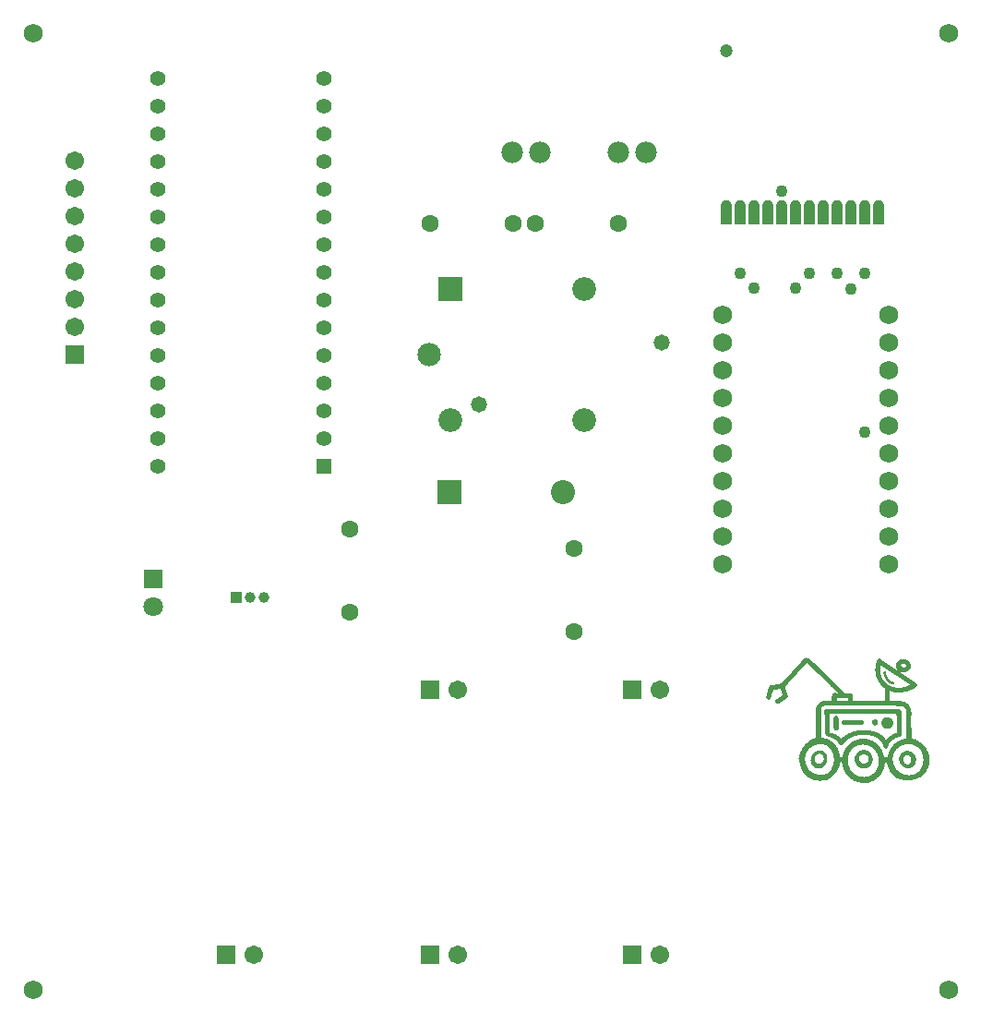
<source format=gts>
G04*
G04 #@! TF.GenerationSoftware,Altium Limited,Altium Designer,22.5.1 (42)*
G04*
G04 Layer_Color=8388736*
%FSLAX44Y44*%
%MOMM*%
G71*
G04*
G04 #@! TF.SameCoordinates,43CECC40-30F0-40CD-AD13-C48B7C853053*
G04*
G04*
G04 #@! TF.FilePolarity,Negative*
G04*
G01*
G75*
%ADD18C,0.2286*%
%ADD19R,2.2032X2.2032*%
%ADD20C,2.2032*%
%ADD21C,1.0032*%
%ADD22R,1.0032X1.0032*%
%ADD23R,1.4140X1.4140*%
%ADD24C,1.4140*%
%ADD25C,1.7272*%
%ADD26R,1.7032X1.7032*%
%ADD27C,1.7032*%
%ADD28C,1.2032*%
%ADD29R,1.7032X1.7032*%
%ADD30C,2.1832*%
%ADD31C,2.1382*%
%ADD32R,2.1832X2.1832*%
%ADD33C,1.9812*%
%ADD34C,1.8032*%
%ADD35R,1.8032X1.8032*%
%ADD36C,1.6032*%
%ADD37C,1.4732*%
%ADD38C,1.1032*%
G36*
X799257Y741266D02*
X799291D01*
X799324Y741262D01*
X799357Y741260D01*
X799389Y741253D01*
X799423Y741249D01*
X800195Y741095D01*
X800228Y741086D01*
X800260Y741080D01*
X800292Y741069D01*
X800324Y741060D01*
X800355Y741048D01*
X800386Y741037D01*
X801114Y740735D01*
X801144Y740721D01*
X801175Y740708D01*
X801204Y740691D01*
X801234Y740676D01*
X801261Y740658D01*
X801290Y740641D01*
X801945Y740204D01*
X801972Y740183D01*
X802000Y740165D01*
X802025Y740143D01*
X802051Y740123D01*
X802075Y740099D01*
X802100Y740077D01*
X802657Y739520D01*
X802679Y739495D01*
X802702Y739471D01*
X802723Y739445D01*
X802745Y739420D01*
X802763Y739392D01*
X802784Y739365D01*
X803221Y738710D01*
X803238Y738682D01*
X803257Y738654D01*
X803271Y738624D01*
X803288Y738595D01*
X803301Y738564D01*
X803315Y738534D01*
X803617Y737806D01*
X803628Y737775D01*
X803641Y737744D01*
X803649Y737712D01*
X803660Y737680D01*
X803666Y737648D01*
X803675Y737615D01*
X803829Y736843D01*
X803833Y736809D01*
X803839Y736777D01*
X803842Y736744D01*
X803846Y736711D01*
Y736677D01*
X803848Y736644D01*
Y736250D01*
Y720250D01*
X803839Y720117D01*
X803813Y719986D01*
X803771Y719860D01*
X803712Y719741D01*
X803638Y719630D01*
X803550Y719530D01*
X803450Y719442D01*
X803339Y719368D01*
X803220Y719309D01*
X803093Y719267D01*
X802963Y719240D01*
X802830Y719232D01*
X794830D01*
X794697Y719240D01*
X794566Y719267D01*
X794440Y719309D01*
X794321Y719368D01*
X794210Y719442D01*
X794110Y719530D01*
X794022Y719630D01*
X793948Y719741D01*
X793889Y719860D01*
X793847Y719986D01*
X793820Y720117D01*
X793812Y720250D01*
Y736250D01*
Y736644D01*
X793814Y736677D01*
Y736711D01*
X793818Y736743D01*
X793820Y736777D01*
X793827Y736809D01*
X793831Y736842D01*
X793985Y737615D01*
X793994Y737647D01*
X794000Y737680D01*
X794011Y737712D01*
X794019Y737744D01*
X794032Y737775D01*
X794043Y737806D01*
X794345Y738534D01*
X794359Y738564D01*
X794372Y738595D01*
X794389Y738624D01*
X794404Y738654D01*
X794422Y738681D01*
X794439Y738710D01*
X794876Y739365D01*
X794897Y739392D01*
X794915Y739420D01*
X794937Y739445D01*
X794957Y739471D01*
X794981Y739495D01*
X795003Y739520D01*
X795560Y740077D01*
X795585Y740099D01*
X795609Y740123D01*
X795635Y740143D01*
X795660Y740165D01*
X795688Y740183D01*
X795714Y740204D01*
X796370Y740641D01*
X796398Y740658D01*
X796426Y740676D01*
X796456Y740691D01*
X796485Y740708D01*
X796516Y740721D01*
X796546Y740735D01*
X797274Y741037D01*
X797305Y741048D01*
X797336Y741060D01*
X797368Y741069D01*
X797400Y741080D01*
X797432Y741086D01*
X797465Y741095D01*
X798237Y741249D01*
X798270Y741253D01*
X798303Y741260D01*
X798336Y741262D01*
X798369Y741266D01*
X798403D01*
X798436Y741268D01*
X799224D01*
X799257Y741266D01*
D02*
G37*
G36*
X786557D02*
X786591D01*
X786624Y741262D01*
X786657Y741260D01*
X786689Y741253D01*
X786723Y741249D01*
X787495Y741095D01*
X787528Y741086D01*
X787560Y741080D01*
X787592Y741069D01*
X787624Y741060D01*
X787655Y741048D01*
X787686Y741037D01*
X788414Y740735D01*
X788444Y740721D01*
X788475Y740708D01*
X788504Y740691D01*
X788534Y740676D01*
X788561Y740658D01*
X788590Y740641D01*
X789246Y740204D01*
X789272Y740183D01*
X789300Y740165D01*
X789325Y740143D01*
X789351Y740123D01*
X789375Y740099D01*
X789400Y740077D01*
X789957Y739520D01*
X789979Y739495D01*
X790003Y739471D01*
X790023Y739445D01*
X790045Y739420D01*
X790063Y739392D01*
X790084Y739365D01*
X790521Y738710D01*
X790538Y738682D01*
X790556Y738654D01*
X790571Y738624D01*
X790588Y738595D01*
X790601Y738564D01*
X790615Y738534D01*
X790917Y737806D01*
X790928Y737775D01*
X790940Y737744D01*
X790949Y737712D01*
X790960Y737680D01*
X790966Y737648D01*
X790975Y737615D01*
X791129Y736843D01*
X791133Y736809D01*
X791140Y736777D01*
X791142Y736744D01*
X791146Y736711D01*
Y736677D01*
X791148Y736644D01*
Y736250D01*
Y720250D01*
X791140Y720117D01*
X791114Y719986D01*
X791071Y719860D01*
X791012Y719741D01*
X790938Y719630D01*
X790850Y719530D01*
X790750Y719442D01*
X790639Y719368D01*
X790520Y719309D01*
X790394Y719267D01*
X790263Y719240D01*
X790130Y719232D01*
X782130D01*
X781997Y719240D01*
X781867Y719267D01*
X781740Y719309D01*
X781621Y719368D01*
X781510Y719442D01*
X781410Y719530D01*
X781322Y719630D01*
X781248Y719741D01*
X781189Y719860D01*
X781146Y719986D01*
X781121Y720117D01*
X781112Y720250D01*
Y736250D01*
Y736644D01*
X781114Y736677D01*
Y736711D01*
X781118Y736743D01*
X781121Y736777D01*
X781127Y736809D01*
X781131Y736842D01*
X781285Y737615D01*
X781294Y737647D01*
X781300Y737680D01*
X781311Y737712D01*
X781320Y737744D01*
X781332Y737775D01*
X781343Y737806D01*
X781645Y738534D01*
X781659Y738564D01*
X781672Y738595D01*
X781689Y738624D01*
X781703Y738654D01*
X781722Y738681D01*
X781739Y738710D01*
X782176Y739365D01*
X782197Y739392D01*
X782215Y739420D01*
X782237Y739445D01*
X782257Y739471D01*
X782281Y739495D01*
X782303Y739520D01*
X782860Y740077D01*
X782885Y740099D01*
X782909Y740123D01*
X782935Y740143D01*
X782960Y740165D01*
X782988Y740183D01*
X783015Y740204D01*
X783670Y740641D01*
X783698Y740658D01*
X783726Y740676D01*
X783756Y740691D01*
X783785Y740708D01*
X783816Y740721D01*
X783846Y740735D01*
X784574Y741037D01*
X784605Y741048D01*
X784636Y741060D01*
X784668Y741069D01*
X784700Y741080D01*
X784732Y741086D01*
X784765Y741095D01*
X785537Y741249D01*
X785571Y741253D01*
X785603Y741260D01*
X785636Y741262D01*
X785669Y741266D01*
X785703D01*
X785736Y741268D01*
X786524D01*
X786557Y741266D01*
D02*
G37*
G36*
X773857D02*
X773891D01*
X773924Y741262D01*
X773957Y741260D01*
X773989Y741253D01*
X774023Y741249D01*
X774795Y741095D01*
X774828Y741086D01*
X774860Y741080D01*
X774892Y741069D01*
X774924Y741060D01*
X774955Y741048D01*
X774986Y741037D01*
X775714Y740735D01*
X775744Y740721D01*
X775775Y740708D01*
X775804Y740691D01*
X775834Y740676D01*
X775861Y740658D01*
X775890Y740641D01*
X776545Y740204D01*
X776572Y740183D01*
X776600Y740165D01*
X776625Y740143D01*
X776651Y740123D01*
X776675Y740099D01*
X776700Y740077D01*
X777257Y739520D01*
X777279Y739495D01*
X777302Y739471D01*
X777323Y739445D01*
X777345Y739420D01*
X777363Y739392D01*
X777384Y739365D01*
X777821Y738710D01*
X777838Y738682D01*
X777857Y738654D01*
X777871Y738624D01*
X777888Y738595D01*
X777901Y738564D01*
X777915Y738534D01*
X778217Y737806D01*
X778228Y737775D01*
X778241Y737744D01*
X778249Y737712D01*
X778260Y737680D01*
X778266Y737648D01*
X778275Y737615D01*
X778429Y736843D01*
X778433Y736809D01*
X778439Y736777D01*
X778442Y736744D01*
X778446Y736711D01*
Y736677D01*
X778448Y736644D01*
Y736250D01*
Y720250D01*
X778439Y720117D01*
X778413Y719986D01*
X778371Y719860D01*
X778312Y719741D01*
X778238Y719630D01*
X778150Y719530D01*
X778050Y719442D01*
X777939Y719368D01*
X777820Y719309D01*
X777693Y719267D01*
X777563Y719240D01*
X777430Y719232D01*
X769430D01*
X769297Y719240D01*
X769166Y719267D01*
X769040Y719309D01*
X768921Y719368D01*
X768810Y719442D01*
X768710Y719530D01*
X768622Y719630D01*
X768548Y719741D01*
X768489Y719860D01*
X768447Y719986D01*
X768420Y720117D01*
X768412Y720250D01*
Y736250D01*
Y736644D01*
X768414Y736677D01*
Y736711D01*
X768418Y736743D01*
X768420Y736777D01*
X768427Y736809D01*
X768431Y736842D01*
X768585Y737615D01*
X768594Y737647D01*
X768600Y737680D01*
X768611Y737712D01*
X768620Y737744D01*
X768632Y737775D01*
X768643Y737806D01*
X768945Y738534D01*
X768959Y738564D01*
X768972Y738595D01*
X768989Y738624D01*
X769004Y738654D01*
X769022Y738681D01*
X769039Y738710D01*
X769476Y739365D01*
X769497Y739392D01*
X769515Y739420D01*
X769537Y739445D01*
X769557Y739471D01*
X769581Y739495D01*
X769603Y739520D01*
X770160Y740077D01*
X770185Y740099D01*
X770209Y740123D01*
X770235Y740143D01*
X770260Y740165D01*
X770288Y740183D01*
X770314Y740204D01*
X770970Y740641D01*
X770998Y740658D01*
X771026Y740676D01*
X771056Y740691D01*
X771085Y740708D01*
X771116Y740721D01*
X771146Y740735D01*
X771874Y741037D01*
X771905Y741048D01*
X771936Y741060D01*
X771968Y741069D01*
X772000Y741080D01*
X772032Y741086D01*
X772065Y741095D01*
X772837Y741249D01*
X772870Y741253D01*
X772903Y741260D01*
X772936Y741262D01*
X772969Y741266D01*
X773003D01*
X773036Y741268D01*
X773824D01*
X773857Y741266D01*
D02*
G37*
G36*
X761157D02*
X761191D01*
X761224Y741262D01*
X761257Y741260D01*
X761289Y741253D01*
X761323Y741249D01*
X762095Y741095D01*
X762128Y741086D01*
X762160Y741080D01*
X762192Y741069D01*
X762224Y741060D01*
X762255Y741048D01*
X762286Y741037D01*
X763014Y740735D01*
X763044Y740721D01*
X763075Y740708D01*
X763104Y740691D01*
X763134Y740676D01*
X763161Y740658D01*
X763190Y740641D01*
X763846Y740204D01*
X763872Y740183D01*
X763900Y740165D01*
X763925Y740143D01*
X763951Y740123D01*
X763975Y740099D01*
X764000Y740077D01*
X764557Y739520D01*
X764579Y739495D01*
X764603Y739471D01*
X764623Y739445D01*
X764645Y739420D01*
X764663Y739392D01*
X764684Y739365D01*
X765121Y738710D01*
X765138Y738682D01*
X765156Y738654D01*
X765171Y738624D01*
X765188Y738595D01*
X765201Y738564D01*
X765215Y738534D01*
X765517Y737806D01*
X765528Y737775D01*
X765540Y737744D01*
X765549Y737712D01*
X765560Y737680D01*
X765566Y737648D01*
X765575Y737615D01*
X765729Y736843D01*
X765733Y736809D01*
X765740Y736777D01*
X765742Y736744D01*
X765746Y736711D01*
Y736677D01*
X765748Y736644D01*
Y736250D01*
Y720250D01*
X765740Y720117D01*
X765714Y719986D01*
X765671Y719860D01*
X765612Y719741D01*
X765538Y719630D01*
X765450Y719530D01*
X765350Y719442D01*
X765239Y719368D01*
X765120Y719309D01*
X764994Y719267D01*
X764863Y719240D01*
X764730Y719232D01*
X756730D01*
X756597Y719240D01*
X756467Y719267D01*
X756340Y719309D01*
X756221Y719368D01*
X756110Y719442D01*
X756010Y719530D01*
X755922Y719630D01*
X755848Y719741D01*
X755789Y719860D01*
X755747Y719986D01*
X755721Y720117D01*
X755712Y720250D01*
Y736250D01*
Y736644D01*
X755714Y736677D01*
Y736711D01*
X755718Y736743D01*
X755721Y736777D01*
X755727Y736809D01*
X755731Y736842D01*
X755885Y737615D01*
X755894Y737647D01*
X755900Y737680D01*
X755911Y737712D01*
X755919Y737744D01*
X755932Y737775D01*
X755943Y737806D01*
X756245Y738534D01*
X756259Y738564D01*
X756272Y738595D01*
X756289Y738624D01*
X756303Y738654D01*
X756322Y738681D01*
X756339Y738710D01*
X756776Y739365D01*
X756797Y739392D01*
X756815Y739420D01*
X756837Y739445D01*
X756857Y739471D01*
X756881Y739495D01*
X756903Y739520D01*
X757460Y740077D01*
X757485Y740099D01*
X757509Y740123D01*
X757535Y740143D01*
X757560Y740165D01*
X757588Y740183D01*
X757615Y740204D01*
X758270Y740641D01*
X758298Y740658D01*
X758326Y740676D01*
X758356Y740691D01*
X758385Y740708D01*
X758416Y740721D01*
X758446Y740735D01*
X759174Y741037D01*
X759205Y741048D01*
X759236Y741060D01*
X759268Y741069D01*
X759300Y741080D01*
X759332Y741086D01*
X759365Y741095D01*
X760137Y741249D01*
X760171Y741253D01*
X760203Y741260D01*
X760236Y741262D01*
X760269Y741266D01*
X760303D01*
X760336Y741268D01*
X761124D01*
X761157Y741266D01*
D02*
G37*
G36*
X748457D02*
X748491D01*
X748524Y741262D01*
X748557Y741260D01*
X748589Y741253D01*
X748623Y741249D01*
X749395Y741095D01*
X749428Y741086D01*
X749460Y741080D01*
X749492Y741069D01*
X749524Y741060D01*
X749555Y741048D01*
X749586Y741037D01*
X750314Y740735D01*
X750344Y740721D01*
X750375Y740708D01*
X750404Y740691D01*
X750434Y740676D01*
X750461Y740658D01*
X750490Y740641D01*
X751145Y740204D01*
X751172Y740183D01*
X751200Y740165D01*
X751225Y740143D01*
X751251Y740123D01*
X751275Y740099D01*
X751300Y740077D01*
X751857Y739520D01*
X751879Y739495D01*
X751902Y739471D01*
X751923Y739445D01*
X751945Y739420D01*
X751963Y739392D01*
X751984Y739365D01*
X752421Y738710D01*
X752438Y738682D01*
X752457Y738654D01*
X752471Y738624D01*
X752488Y738595D01*
X752501Y738564D01*
X752515Y738534D01*
X752817Y737806D01*
X752828Y737775D01*
X752840Y737744D01*
X752849Y737712D01*
X752860Y737680D01*
X752866Y737648D01*
X752875Y737615D01*
X753029Y736843D01*
X753033Y736809D01*
X753039Y736777D01*
X753042Y736744D01*
X753046Y736711D01*
Y736677D01*
X753048Y736644D01*
Y736250D01*
Y720250D01*
X753039Y720117D01*
X753014Y719986D01*
X752971Y719860D01*
X752912Y719741D01*
X752838Y719630D01*
X752750Y719530D01*
X752650Y719442D01*
X752539Y719368D01*
X752420Y719309D01*
X752293Y719267D01*
X752163Y719240D01*
X752030Y719232D01*
X744030D01*
X743897Y719240D01*
X743766Y719267D01*
X743640Y719309D01*
X743521Y719368D01*
X743410Y719442D01*
X743310Y719530D01*
X743222Y719630D01*
X743148Y719741D01*
X743089Y719860D01*
X743046Y719986D01*
X743020Y720117D01*
X743012Y720250D01*
Y736250D01*
Y736644D01*
X743014Y736677D01*
Y736711D01*
X743018Y736743D01*
X743020Y736777D01*
X743027Y736809D01*
X743031Y736842D01*
X743185Y737615D01*
X743194Y737647D01*
X743200Y737680D01*
X743211Y737712D01*
X743220Y737744D01*
X743232Y737775D01*
X743243Y737806D01*
X743545Y738534D01*
X743559Y738564D01*
X743572Y738595D01*
X743589Y738624D01*
X743604Y738654D01*
X743622Y738681D01*
X743639Y738710D01*
X744076Y739365D01*
X744097Y739392D01*
X744115Y739420D01*
X744137Y739445D01*
X744157Y739471D01*
X744181Y739495D01*
X744203Y739520D01*
X744760Y740077D01*
X744785Y740099D01*
X744809Y740123D01*
X744835Y740143D01*
X744860Y740165D01*
X744888Y740183D01*
X744914Y740204D01*
X745570Y740641D01*
X745598Y740658D01*
X745626Y740676D01*
X745656Y740691D01*
X745685Y740708D01*
X745716Y740721D01*
X745746Y740735D01*
X746474Y741037D01*
X746505Y741048D01*
X746536Y741060D01*
X746568Y741069D01*
X746600Y741080D01*
X746632Y741086D01*
X746665Y741095D01*
X747437Y741249D01*
X747470Y741253D01*
X747503Y741260D01*
X747536Y741262D01*
X747569Y741266D01*
X747603D01*
X747636Y741268D01*
X748424D01*
X748457Y741266D01*
D02*
G37*
G36*
X735757D02*
X735791D01*
X735824Y741262D01*
X735857Y741260D01*
X735889Y741253D01*
X735923Y741249D01*
X736695Y741095D01*
X736728Y741086D01*
X736760Y741080D01*
X736792Y741069D01*
X736824Y741060D01*
X736855Y741048D01*
X736886Y741037D01*
X737614Y740735D01*
X737644Y740721D01*
X737675Y740708D01*
X737704Y740691D01*
X737734Y740676D01*
X737761Y740658D01*
X737790Y740641D01*
X738446Y740204D01*
X738472Y740183D01*
X738500Y740165D01*
X738525Y740143D01*
X738551Y740123D01*
X738575Y740099D01*
X738600Y740077D01*
X739157Y739520D01*
X739179Y739495D01*
X739202Y739471D01*
X739223Y739445D01*
X739245Y739420D01*
X739263Y739392D01*
X739284Y739365D01*
X739721Y738710D01*
X739738Y738682D01*
X739756Y738654D01*
X739771Y738624D01*
X739788Y738595D01*
X739801Y738564D01*
X739815Y738534D01*
X740117Y737806D01*
X740128Y737775D01*
X740141Y737744D01*
X740149Y737712D01*
X740160Y737680D01*
X740166Y737648D01*
X740175Y737615D01*
X740329Y736843D01*
X740333Y736809D01*
X740340Y736777D01*
X740342Y736744D01*
X740346Y736711D01*
Y736677D01*
X740348Y736644D01*
Y736250D01*
Y720250D01*
X740340Y720117D01*
X740313Y719986D01*
X740271Y719860D01*
X740212Y719741D01*
X740138Y719630D01*
X740050Y719530D01*
X739950Y719442D01*
X739839Y719368D01*
X739720Y719309D01*
X739594Y719267D01*
X739463Y719240D01*
X739330Y719232D01*
X731330D01*
X731197Y719240D01*
X731067Y719267D01*
X730940Y719309D01*
X730821Y719368D01*
X730710Y719442D01*
X730610Y719530D01*
X730522Y719630D01*
X730448Y719741D01*
X730389Y719860D01*
X730347Y719986D01*
X730321Y720117D01*
X730312Y720250D01*
Y736250D01*
Y736644D01*
X730314Y736677D01*
Y736711D01*
X730318Y736743D01*
X730321Y736777D01*
X730327Y736809D01*
X730331Y736842D01*
X730485Y737615D01*
X730494Y737647D01*
X730500Y737680D01*
X730511Y737712D01*
X730519Y737744D01*
X730532Y737775D01*
X730543Y737806D01*
X730845Y738534D01*
X730859Y738564D01*
X730872Y738595D01*
X730889Y738624D01*
X730903Y738654D01*
X730922Y738681D01*
X730939Y738710D01*
X731376Y739365D01*
X731397Y739392D01*
X731415Y739420D01*
X731437Y739445D01*
X731457Y739471D01*
X731481Y739495D01*
X731503Y739520D01*
X732060Y740077D01*
X732085Y740099D01*
X732109Y740123D01*
X732135Y740143D01*
X732160Y740165D01*
X732188Y740183D01*
X732215Y740204D01*
X732870Y740641D01*
X732898Y740658D01*
X732926Y740676D01*
X732956Y740691D01*
X732985Y740708D01*
X733016Y740721D01*
X733046Y740735D01*
X733774Y741037D01*
X733805Y741048D01*
X733836Y741060D01*
X733868Y741069D01*
X733900Y741080D01*
X733932Y741086D01*
X733965Y741095D01*
X734737Y741249D01*
X734771Y741253D01*
X734803Y741260D01*
X734836Y741262D01*
X734869Y741266D01*
X734903D01*
X734936Y741268D01*
X735724D01*
X735757Y741266D01*
D02*
G37*
G36*
X723057D02*
X723091D01*
X723124Y741262D01*
X723157Y741260D01*
X723189Y741253D01*
X723223Y741249D01*
X723995Y741095D01*
X724028Y741086D01*
X724060Y741080D01*
X724092Y741069D01*
X724124Y741060D01*
X724155Y741048D01*
X724186Y741037D01*
X724914Y740735D01*
X724944Y740721D01*
X724975Y740708D01*
X725004Y740691D01*
X725034Y740676D01*
X725061Y740658D01*
X725090Y740641D01*
X725745Y740204D01*
X725772Y740183D01*
X725800Y740165D01*
X725825Y740143D01*
X725851Y740123D01*
X725875Y740099D01*
X725900Y740077D01*
X726457Y739520D01*
X726479Y739495D01*
X726503Y739471D01*
X726523Y739445D01*
X726545Y739420D01*
X726563Y739392D01*
X726584Y739365D01*
X727021Y738710D01*
X727038Y738682D01*
X727057Y738654D01*
X727071Y738624D01*
X727088Y738595D01*
X727101Y738564D01*
X727115Y738534D01*
X727417Y737806D01*
X727428Y737775D01*
X727440Y737744D01*
X727449Y737712D01*
X727460Y737680D01*
X727466Y737648D01*
X727475Y737615D01*
X727629Y736843D01*
X727633Y736809D01*
X727639Y736777D01*
X727642Y736744D01*
X727646Y736711D01*
Y736677D01*
X727648Y736644D01*
Y736250D01*
Y720250D01*
X727639Y720117D01*
X727614Y719986D01*
X727571Y719860D01*
X727512Y719741D01*
X727438Y719630D01*
X727350Y719530D01*
X727250Y719442D01*
X727139Y719368D01*
X727020Y719309D01*
X726893Y719267D01*
X726763Y719240D01*
X726630Y719232D01*
X718630D01*
X718497Y719240D01*
X718366Y719267D01*
X718240Y719309D01*
X718121Y719368D01*
X718010Y719442D01*
X717910Y719530D01*
X717822Y719630D01*
X717748Y719741D01*
X717689Y719860D01*
X717646Y719986D01*
X717620Y720117D01*
X717612Y720250D01*
Y736250D01*
Y736644D01*
X717614Y736677D01*
Y736711D01*
X717618Y736743D01*
X717620Y736777D01*
X717627Y736809D01*
X717631Y736842D01*
X717785Y737615D01*
X717794Y737647D01*
X717800Y737680D01*
X717811Y737712D01*
X717820Y737744D01*
X717832Y737775D01*
X717843Y737806D01*
X718145Y738534D01*
X718159Y738564D01*
X718172Y738595D01*
X718189Y738624D01*
X718204Y738654D01*
X718222Y738681D01*
X718239Y738710D01*
X718676Y739365D01*
X718697Y739392D01*
X718715Y739420D01*
X718737Y739445D01*
X718757Y739471D01*
X718781Y739495D01*
X718803Y739520D01*
X719360Y740077D01*
X719385Y740099D01*
X719409Y740123D01*
X719435Y740143D01*
X719460Y740165D01*
X719488Y740183D01*
X719514Y740204D01*
X720170Y740641D01*
X720198Y740658D01*
X720226Y740676D01*
X720256Y740691D01*
X720285Y740708D01*
X720316Y740721D01*
X720346Y740735D01*
X721074Y741037D01*
X721105Y741048D01*
X721136Y741060D01*
X721168Y741069D01*
X721200Y741080D01*
X721232Y741086D01*
X721265Y741095D01*
X722037Y741249D01*
X722070Y741253D01*
X722103Y741260D01*
X722136Y741262D01*
X722169Y741266D01*
X722203D01*
X722236Y741268D01*
X723024D01*
X723057Y741266D01*
D02*
G37*
G36*
X710357D02*
X710391D01*
X710424Y741262D01*
X710457Y741260D01*
X710489Y741253D01*
X710523Y741249D01*
X711295Y741095D01*
X711328Y741086D01*
X711360Y741080D01*
X711392Y741069D01*
X711424Y741060D01*
X711455Y741048D01*
X711486Y741037D01*
X712214Y740735D01*
X712244Y740721D01*
X712275Y740708D01*
X712304Y740691D01*
X712334Y740676D01*
X712361Y740658D01*
X712390Y740641D01*
X713046Y740204D01*
X713072Y740183D01*
X713100Y740165D01*
X713125Y740143D01*
X713151Y740123D01*
X713175Y740099D01*
X713200Y740077D01*
X713757Y739520D01*
X713779Y739495D01*
X713802Y739471D01*
X713823Y739445D01*
X713845Y739420D01*
X713863Y739392D01*
X713884Y739365D01*
X714321Y738710D01*
X714338Y738682D01*
X714357Y738654D01*
X714371Y738624D01*
X714388Y738595D01*
X714401Y738564D01*
X714415Y738534D01*
X714717Y737806D01*
X714728Y737775D01*
X714741Y737744D01*
X714749Y737712D01*
X714760Y737680D01*
X714766Y737648D01*
X714775Y737615D01*
X714929Y736843D01*
X714933Y736809D01*
X714939Y736777D01*
X714942Y736744D01*
X714946Y736711D01*
Y736677D01*
X714948Y736644D01*
Y736250D01*
Y720250D01*
X714939Y720117D01*
X714913Y719986D01*
X714871Y719860D01*
X714812Y719741D01*
X714738Y719630D01*
X714650Y719530D01*
X714550Y719442D01*
X714439Y719368D01*
X714320Y719309D01*
X714193Y719267D01*
X714063Y719240D01*
X713930Y719232D01*
X705930D01*
X705797Y719240D01*
X705667Y719267D01*
X705540Y719309D01*
X705421Y719368D01*
X705310Y719442D01*
X705210Y719530D01*
X705122Y719630D01*
X705048Y719741D01*
X704989Y719860D01*
X704947Y719986D01*
X704921Y720117D01*
X704912Y720250D01*
Y736250D01*
Y736644D01*
X704914Y736677D01*
Y736711D01*
X704918Y736743D01*
X704921Y736777D01*
X704927Y736809D01*
X704931Y736842D01*
X705085Y737615D01*
X705094Y737647D01*
X705100Y737680D01*
X705111Y737712D01*
X705119Y737744D01*
X705132Y737775D01*
X705143Y737806D01*
X705445Y738534D01*
X705459Y738564D01*
X705472Y738595D01*
X705489Y738624D01*
X705503Y738654D01*
X705522Y738681D01*
X705539Y738710D01*
X705976Y739365D01*
X705997Y739392D01*
X706015Y739420D01*
X706037Y739445D01*
X706057Y739471D01*
X706081Y739495D01*
X706103Y739520D01*
X706660Y740077D01*
X706685Y740099D01*
X706709Y740123D01*
X706735Y740143D01*
X706760Y740165D01*
X706788Y740183D01*
X706814Y740204D01*
X707470Y740641D01*
X707498Y740658D01*
X707526Y740676D01*
X707556Y740691D01*
X707585Y740708D01*
X707616Y740721D01*
X707646Y740735D01*
X708374Y741037D01*
X708405Y741048D01*
X708436Y741060D01*
X708468Y741069D01*
X708500Y741080D01*
X708532Y741086D01*
X708565Y741095D01*
X709337Y741249D01*
X709370Y741253D01*
X709403Y741260D01*
X709436Y741262D01*
X709469Y741266D01*
X709503D01*
X709536Y741268D01*
X710324D01*
X710357Y741266D01*
D02*
G37*
G36*
X697657D02*
X697691D01*
X697724Y741262D01*
X697757Y741260D01*
X697789Y741253D01*
X697823Y741249D01*
X698595Y741095D01*
X698628Y741086D01*
X698660Y741080D01*
X698692Y741069D01*
X698724Y741060D01*
X698755Y741048D01*
X698786Y741037D01*
X699514Y740735D01*
X699544Y740721D01*
X699575Y740708D01*
X699604Y740691D01*
X699634Y740676D01*
X699661Y740658D01*
X699690Y740641D01*
X700346Y740204D01*
X700372Y740183D01*
X700400Y740165D01*
X700425Y740143D01*
X700451Y740123D01*
X700475Y740099D01*
X700500Y740077D01*
X701057Y739520D01*
X701079Y739495D01*
X701103Y739471D01*
X701123Y739445D01*
X701145Y739420D01*
X701163Y739392D01*
X701184Y739365D01*
X701621Y738710D01*
X701638Y738682D01*
X701656Y738654D01*
X701671Y738624D01*
X701688Y738595D01*
X701701Y738564D01*
X701715Y738534D01*
X702017Y737806D01*
X702028Y737775D01*
X702040Y737744D01*
X702049Y737712D01*
X702060Y737680D01*
X702066Y737648D01*
X702075Y737615D01*
X702229Y736843D01*
X702233Y736809D01*
X702240Y736777D01*
X702242Y736744D01*
X702246Y736711D01*
Y736677D01*
X702248Y736644D01*
Y736250D01*
Y720250D01*
X702240Y720117D01*
X702214Y719986D01*
X702171Y719860D01*
X702112Y719741D01*
X702038Y719630D01*
X701950Y719530D01*
X701850Y719442D01*
X701739Y719368D01*
X701620Y719309D01*
X701494Y719267D01*
X701363Y719240D01*
X701230Y719232D01*
X693230D01*
X693097Y719240D01*
X692967Y719267D01*
X692840Y719309D01*
X692721Y719368D01*
X692610Y719442D01*
X692510Y719530D01*
X692422Y719630D01*
X692348Y719741D01*
X692289Y719860D01*
X692246Y719986D01*
X692221Y720117D01*
X692212Y720250D01*
Y736250D01*
Y736644D01*
X692214Y736677D01*
Y736711D01*
X692218Y736743D01*
X692221Y736777D01*
X692227Y736809D01*
X692231Y736842D01*
X692385Y737615D01*
X692394Y737647D01*
X692400Y737680D01*
X692411Y737712D01*
X692420Y737744D01*
X692432Y737775D01*
X692443Y737806D01*
X692745Y738534D01*
X692759Y738564D01*
X692772Y738595D01*
X692789Y738624D01*
X692803Y738654D01*
X692822Y738681D01*
X692839Y738710D01*
X693276Y739365D01*
X693297Y739392D01*
X693315Y739420D01*
X693337Y739445D01*
X693357Y739471D01*
X693381Y739495D01*
X693403Y739520D01*
X693960Y740077D01*
X693985Y740099D01*
X694009Y740123D01*
X694035Y740143D01*
X694060Y740165D01*
X694088Y740183D01*
X694115Y740204D01*
X694770Y740641D01*
X694798Y740658D01*
X694826Y740676D01*
X694856Y740691D01*
X694885Y740708D01*
X694916Y740721D01*
X694946Y740735D01*
X695674Y741037D01*
X695705Y741048D01*
X695736Y741060D01*
X695768Y741069D01*
X695800Y741080D01*
X695832Y741086D01*
X695865Y741095D01*
X696637Y741249D01*
X696671Y741253D01*
X696703Y741260D01*
X696736Y741262D01*
X696769Y741266D01*
X696803D01*
X696836Y741268D01*
X697624D01*
X697657Y741266D01*
D02*
G37*
G36*
X684957D02*
X684991D01*
X685024Y741262D01*
X685057Y741260D01*
X685089Y741253D01*
X685123Y741249D01*
X685895Y741095D01*
X685928Y741086D01*
X685960Y741080D01*
X685992Y741069D01*
X686024Y741060D01*
X686055Y741048D01*
X686086Y741037D01*
X686814Y740735D01*
X686844Y740721D01*
X686875Y740708D01*
X686904Y740691D01*
X686934Y740676D01*
X686961Y740658D01*
X686990Y740641D01*
X687645Y740204D01*
X687672Y740183D01*
X687700Y740165D01*
X687725Y740143D01*
X687751Y740123D01*
X687775Y740099D01*
X687800Y740077D01*
X688357Y739520D01*
X688379Y739495D01*
X688402Y739471D01*
X688423Y739445D01*
X688445Y739420D01*
X688463Y739392D01*
X688484Y739365D01*
X688921Y738710D01*
X688938Y738682D01*
X688957Y738654D01*
X688971Y738624D01*
X688988Y738595D01*
X689001Y738564D01*
X689015Y738534D01*
X689317Y737806D01*
X689328Y737775D01*
X689341Y737744D01*
X689349Y737712D01*
X689360Y737680D01*
X689366Y737648D01*
X689375Y737615D01*
X689529Y736843D01*
X689533Y736809D01*
X689539Y736777D01*
X689542Y736744D01*
X689546Y736711D01*
Y736677D01*
X689548Y736644D01*
Y736250D01*
Y720250D01*
X689539Y720117D01*
X689513Y719986D01*
X689471Y719860D01*
X689412Y719741D01*
X689338Y719630D01*
X689250Y719530D01*
X689150Y719442D01*
X689039Y719368D01*
X688920Y719309D01*
X688793Y719267D01*
X688663Y719240D01*
X688530Y719232D01*
X680530D01*
X680397Y719240D01*
X680266Y719267D01*
X680140Y719309D01*
X680021Y719368D01*
X679910Y719442D01*
X679810Y719530D01*
X679722Y719630D01*
X679648Y719741D01*
X679589Y719860D01*
X679547Y719986D01*
X679520Y720117D01*
X679512Y720250D01*
Y736250D01*
Y736644D01*
X679514Y736677D01*
Y736711D01*
X679518Y736743D01*
X679520Y736777D01*
X679527Y736809D01*
X679531Y736842D01*
X679685Y737615D01*
X679694Y737647D01*
X679700Y737680D01*
X679711Y737712D01*
X679719Y737744D01*
X679732Y737775D01*
X679743Y737806D01*
X680045Y738534D01*
X680059Y738564D01*
X680072Y738595D01*
X680089Y738624D01*
X680104Y738654D01*
X680122Y738681D01*
X680139Y738710D01*
X680576Y739365D01*
X680597Y739392D01*
X680615Y739420D01*
X680637Y739445D01*
X680657Y739471D01*
X680681Y739495D01*
X680703Y739520D01*
X681260Y740077D01*
X681285Y740099D01*
X681309Y740123D01*
X681335Y740143D01*
X681360Y740165D01*
X681388Y740183D01*
X681414Y740204D01*
X682070Y740641D01*
X682098Y740658D01*
X682126Y740676D01*
X682156Y740691D01*
X682185Y740708D01*
X682216Y740721D01*
X682246Y740735D01*
X682974Y741037D01*
X683005Y741048D01*
X683036Y741060D01*
X683068Y741069D01*
X683100Y741080D01*
X683132Y741086D01*
X683165Y741095D01*
X683937Y741249D01*
X683970Y741253D01*
X684003Y741260D01*
X684036Y741262D01*
X684069Y741266D01*
X684103D01*
X684136Y741268D01*
X684924D01*
X684957Y741266D01*
D02*
G37*
G36*
X672257D02*
X672291D01*
X672324Y741262D01*
X672357Y741260D01*
X672389Y741253D01*
X672423Y741249D01*
X673195Y741095D01*
X673228Y741086D01*
X673260Y741080D01*
X673292Y741069D01*
X673324Y741060D01*
X673355Y741048D01*
X673386Y741037D01*
X674114Y740735D01*
X674144Y740721D01*
X674175Y740708D01*
X674204Y740691D01*
X674234Y740676D01*
X674261Y740658D01*
X674290Y740641D01*
X674946Y740204D01*
X674972Y740183D01*
X675000Y740165D01*
X675025Y740143D01*
X675051Y740123D01*
X675075Y740099D01*
X675100Y740077D01*
X675657Y739520D01*
X675679Y739495D01*
X675703Y739471D01*
X675723Y739445D01*
X675745Y739420D01*
X675763Y739392D01*
X675784Y739365D01*
X676221Y738710D01*
X676238Y738682D01*
X676256Y738654D01*
X676271Y738624D01*
X676288Y738595D01*
X676301Y738564D01*
X676315Y738534D01*
X676617Y737806D01*
X676628Y737775D01*
X676640Y737744D01*
X676649Y737712D01*
X676660Y737680D01*
X676666Y737648D01*
X676675Y737615D01*
X676829Y736843D01*
X676833Y736809D01*
X676840Y736777D01*
X676842Y736744D01*
X676846Y736711D01*
Y736677D01*
X676848Y736644D01*
Y736250D01*
Y720250D01*
X676840Y720117D01*
X676814Y719986D01*
X676771Y719860D01*
X676712Y719741D01*
X676638Y719630D01*
X676550Y719530D01*
X676450Y719442D01*
X676339Y719368D01*
X676220Y719309D01*
X676094Y719267D01*
X675963Y719240D01*
X675830Y719232D01*
X667830D01*
X667697Y719240D01*
X667567Y719267D01*
X667440Y719309D01*
X667321Y719368D01*
X667210Y719442D01*
X667110Y719530D01*
X667022Y719630D01*
X666948Y719741D01*
X666889Y719860D01*
X666846Y719986D01*
X666821Y720117D01*
X666812Y720250D01*
Y736250D01*
Y736644D01*
X666814Y736677D01*
Y736711D01*
X666818Y736743D01*
X666821Y736777D01*
X666827Y736809D01*
X666831Y736842D01*
X666985Y737615D01*
X666994Y737647D01*
X667000Y737680D01*
X667011Y737712D01*
X667020Y737744D01*
X667032Y737775D01*
X667043Y737806D01*
X667345Y738534D01*
X667359Y738564D01*
X667372Y738595D01*
X667389Y738624D01*
X667403Y738654D01*
X667422Y738681D01*
X667439Y738710D01*
X667876Y739365D01*
X667897Y739392D01*
X667915Y739420D01*
X667937Y739445D01*
X667957Y739471D01*
X667981Y739495D01*
X668003Y739520D01*
X668560Y740077D01*
X668585Y740099D01*
X668609Y740123D01*
X668635Y740143D01*
X668660Y740165D01*
X668688Y740183D01*
X668715Y740204D01*
X669370Y740641D01*
X669398Y740658D01*
X669426Y740676D01*
X669456Y740691D01*
X669485Y740708D01*
X669516Y740721D01*
X669546Y740735D01*
X670274Y741037D01*
X670305Y741048D01*
X670336Y741060D01*
X670368Y741069D01*
X670400Y741080D01*
X670432Y741086D01*
X670465Y741095D01*
X671237Y741249D01*
X671271Y741253D01*
X671303Y741260D01*
X671336Y741262D01*
X671369Y741266D01*
X671403D01*
X671436Y741268D01*
X672224D01*
X672257Y741266D01*
D02*
G37*
G36*
X659557D02*
X659591D01*
X659624Y741262D01*
X659657Y741260D01*
X659689Y741253D01*
X659723Y741249D01*
X660495Y741095D01*
X660528Y741086D01*
X660560Y741080D01*
X660592Y741069D01*
X660624Y741060D01*
X660655Y741048D01*
X660686Y741037D01*
X661414Y740735D01*
X661444Y740721D01*
X661475Y740708D01*
X661504Y740691D01*
X661534Y740676D01*
X661561Y740658D01*
X661590Y740641D01*
X662245Y740204D01*
X662272Y740183D01*
X662300Y740165D01*
X662325Y740143D01*
X662351Y740123D01*
X662375Y740099D01*
X662400Y740077D01*
X662957Y739520D01*
X662979Y739495D01*
X663002Y739471D01*
X663023Y739445D01*
X663045Y739420D01*
X663063Y739392D01*
X663084Y739365D01*
X663521Y738710D01*
X663538Y738682D01*
X663557Y738654D01*
X663571Y738624D01*
X663588Y738595D01*
X663601Y738564D01*
X663615Y738534D01*
X663917Y737806D01*
X663928Y737775D01*
X663941Y737744D01*
X663949Y737712D01*
X663960Y737680D01*
X663966Y737648D01*
X663975Y737615D01*
X664129Y736843D01*
X664133Y736809D01*
X664139Y736777D01*
X664142Y736744D01*
X664146Y736711D01*
Y736677D01*
X664148Y736644D01*
Y736250D01*
Y720250D01*
X664139Y720117D01*
X664113Y719986D01*
X664071Y719860D01*
X664012Y719741D01*
X663938Y719630D01*
X663850Y719530D01*
X663750Y719442D01*
X663639Y719368D01*
X663520Y719309D01*
X663393Y719267D01*
X663263Y719240D01*
X663130Y719232D01*
X655130D01*
X654997Y719240D01*
X654866Y719267D01*
X654740Y719309D01*
X654621Y719368D01*
X654510Y719442D01*
X654410Y719530D01*
X654322Y719630D01*
X654248Y719741D01*
X654189Y719860D01*
X654146Y719986D01*
X654120Y720117D01*
X654112Y720250D01*
Y736250D01*
Y736644D01*
X654114Y736677D01*
Y736711D01*
X654118Y736743D01*
X654120Y736777D01*
X654127Y736809D01*
X654131Y736842D01*
X654285Y737615D01*
X654294Y737647D01*
X654300Y737680D01*
X654311Y737712D01*
X654320Y737744D01*
X654332Y737775D01*
X654343Y737806D01*
X654645Y738534D01*
X654659Y738564D01*
X654672Y738595D01*
X654689Y738624D01*
X654704Y738654D01*
X654722Y738681D01*
X654739Y738710D01*
X655176Y739365D01*
X655197Y739392D01*
X655215Y739420D01*
X655237Y739445D01*
X655257Y739471D01*
X655281Y739495D01*
X655303Y739520D01*
X655860Y740077D01*
X655885Y740099D01*
X655909Y740123D01*
X655935Y740143D01*
X655960Y740165D01*
X655988Y740183D01*
X656014Y740204D01*
X656670Y740641D01*
X656698Y740658D01*
X656726Y740676D01*
X656756Y740691D01*
X656785Y740708D01*
X656816Y740721D01*
X656846Y740735D01*
X657574Y741037D01*
X657605Y741048D01*
X657636Y741060D01*
X657668Y741069D01*
X657700Y741080D01*
X657732Y741086D01*
X657765Y741095D01*
X658537Y741249D01*
X658570Y741253D01*
X658603Y741260D01*
X658636Y741262D01*
X658669Y741266D01*
X658703D01*
X658736Y741268D01*
X659524D01*
X659557Y741266D01*
D02*
G37*
G36*
X733150Y321481D02*
X734572D01*
Y321196D01*
X735140D01*
Y320912D01*
X735425D01*
Y320628D01*
X735709D01*
Y320343D01*
X736278D01*
Y320059D01*
X736562D01*
Y319775D01*
X736846D01*
Y319490D01*
X737131D01*
Y319206D01*
X737415D01*
Y318922D01*
X737699D01*
Y318637D01*
X737984D01*
Y318353D01*
X738268D01*
Y318069D01*
X738552D01*
Y317784D01*
X738837D01*
Y317500D01*
X739121D01*
Y317216D01*
X739405D01*
Y316931D01*
X739690D01*
Y316647D01*
X739974D01*
Y316363D01*
X740258D01*
Y316078D01*
X740543D01*
Y315794D01*
X740827D01*
Y315510D01*
X741111D01*
Y315225D01*
X741396D01*
Y314941D01*
X741680D01*
Y314657D01*
X741964D01*
Y314372D01*
X742249D01*
Y314088D01*
X742533D01*
Y313804D01*
X742817D01*
Y313519D01*
X743102D01*
Y313235D01*
X743386D01*
Y312951D01*
X743670D01*
Y312666D01*
X743955D01*
Y312382D01*
X744239D01*
Y312098D01*
X744523D01*
Y311813D01*
X744808D01*
Y311529D01*
X745092D01*
Y311245D01*
X745376D01*
Y310960D01*
X745661D01*
Y310676D01*
X745945D01*
Y310392D01*
X746229D01*
Y310107D01*
X746514D01*
Y309823D01*
X746798D01*
Y309539D01*
X747082D01*
Y309254D01*
X747367D01*
Y308970D01*
X747935D01*
Y308686D01*
X748220D01*
Y308402D01*
X748504D01*
Y308117D01*
X748788D01*
Y307833D01*
X749072D01*
Y307549D01*
X749357D01*
Y307264D01*
X749641D01*
Y306980D01*
X749926D01*
Y306695D01*
X750210D01*
Y306411D01*
X750494D01*
Y306127D01*
X750779D01*
Y305842D01*
X751063D01*
Y305558D01*
X751347D01*
Y305274D01*
X751631D01*
Y304989D01*
X751916D01*
Y304705D01*
X752200D01*
Y304421D01*
X752485D01*
Y304137D01*
X752769D01*
Y303852D01*
X753053D01*
Y303568D01*
X753337D01*
Y303284D01*
X753622D01*
Y302999D01*
X753906D01*
Y302715D01*
X754190D01*
Y302431D01*
X754475D01*
Y302146D01*
X754759D01*
Y301862D01*
X755043D01*
Y301578D01*
X755328D01*
Y301293D01*
X755612D01*
Y301009D01*
X755896D01*
Y300725D01*
X756181D01*
Y300440D01*
X756465D01*
Y300156D01*
X756749D01*
Y299872D01*
X757034D01*
Y299587D01*
X757318D01*
Y299303D01*
X757602D01*
Y299019D01*
X757887D01*
Y298734D01*
X758171D01*
Y298450D01*
X758455D01*
Y298166D01*
X758740D01*
Y297881D01*
X759308D01*
Y297597D01*
X759593D01*
Y297313D01*
X759877D01*
Y297028D01*
X760161D01*
Y296744D01*
X760446D01*
Y296460D01*
X760730D01*
Y296175D01*
X761014D01*
Y295891D01*
X761299D01*
Y295607D01*
X761583D01*
Y295322D01*
X761867D01*
Y295038D01*
X762152D01*
Y294754D01*
X762436D01*
Y294469D01*
X762720D01*
Y294185D01*
X763005D01*
Y293901D01*
X763289D01*
Y293616D01*
X763573D01*
Y293332D01*
X763858D01*
Y293048D01*
X764142D01*
Y292763D01*
X764426D01*
Y292479D01*
X764711D01*
Y292195D01*
X764995D01*
Y291910D01*
X765279D01*
Y291626D01*
X765564D01*
Y291342D01*
X765848D01*
Y291057D01*
X766132D01*
Y290773D01*
X766417D01*
Y290489D01*
X766701D01*
Y290205D01*
X766985D01*
Y289920D01*
X767270D01*
Y289636D01*
X767554D01*
Y289352D01*
X767838D01*
Y289067D01*
X773240D01*
Y288783D01*
X774378D01*
Y288498D01*
X774662D01*
Y288214D01*
X774946D01*
Y287930D01*
X775231D01*
Y287077D01*
X775515D01*
Y283096D01*
X775231D01*
Y282243D01*
X799399D01*
Y281959D01*
X804801D01*
Y293616D01*
X804517D01*
Y293901D01*
X803948D01*
Y294185D01*
X803664D01*
Y294469D01*
X803379D01*
Y294754D01*
X802811D01*
Y295038D01*
X802526D01*
Y295322D01*
X802242D01*
Y295607D01*
X801958D01*
Y295891D01*
X801673D01*
Y296175D01*
X801389D01*
Y296460D01*
X801105D01*
Y296744D01*
X800820D01*
Y297028D01*
X800536D01*
Y297313D01*
X800252D01*
Y297881D01*
X799967D01*
Y298166D01*
X799683D01*
Y298450D01*
X799399D01*
Y299019D01*
X799114D01*
Y299303D01*
X798830D01*
Y299872D01*
X798546D01*
Y300440D01*
X798261D01*
Y301009D01*
X797977D01*
Y301578D01*
X797693D01*
Y302146D01*
X797408D01*
Y302715D01*
X797124D01*
Y303568D01*
X796840D01*
Y304421D01*
X796555D01*
Y305558D01*
X796271D01*
Y306980D01*
X795987D01*
Y309539D01*
X795702D01*
Y311813D01*
X795987D01*
Y314372D01*
X796271D01*
Y316078D01*
X796555D01*
Y317216D01*
X796840D01*
Y318069D01*
X797124D01*
Y318922D01*
X797408D01*
Y319775D01*
X797693D01*
Y320059D01*
X797977D01*
Y320628D01*
X798546D01*
Y320912D01*
X799114D01*
Y321196D01*
X799967D01*
Y320912D01*
X800820D01*
Y320628D01*
X801105D01*
Y320343D01*
X801389D01*
Y319775D01*
X801673D01*
Y319490D01*
X801958D01*
Y319206D01*
X802242D01*
Y318922D01*
X802811D01*
Y318637D01*
X803095D01*
Y318353D01*
X803664D01*
Y318069D01*
X803948D01*
Y317784D01*
X804517D01*
Y317500D01*
X804801D01*
Y317216D01*
X805370D01*
Y316931D01*
X805654D01*
Y316647D01*
X806223D01*
Y316363D01*
X806507D01*
Y316078D01*
X807076D01*
Y315794D01*
X807360D01*
Y315510D01*
X807928D01*
Y315225D01*
X808213D01*
Y314941D01*
X808782D01*
Y314657D01*
X809066D01*
Y314372D01*
X809634D01*
Y314088D01*
X809919D01*
Y313804D01*
X810488D01*
Y313519D01*
X810772D01*
Y313235D01*
X811340D01*
Y312951D01*
X811625D01*
Y312666D01*
X812193D01*
Y312382D01*
X812478D01*
Y312098D01*
X813046D01*
Y311813D01*
X813331D01*
Y311529D01*
X813899D01*
Y311245D01*
X814184D01*
Y310960D01*
X814752D01*
Y310676D01*
X815037D01*
Y310392D01*
X815605D01*
Y310676D01*
X815890D01*
Y311529D01*
X815605D01*
Y311813D01*
X815321D01*
Y312382D01*
X815037D01*
Y313519D01*
X814752D01*
Y315510D01*
X815037D01*
Y316647D01*
X815321D01*
Y317216D01*
X815605D01*
Y317784D01*
X815890D01*
Y318069D01*
X816174D01*
Y318353D01*
X816458D01*
Y318637D01*
X816743D01*
Y318922D01*
X817027D01*
Y319206D01*
X817311D01*
Y319490D01*
X817880D01*
Y319775D01*
X818449D01*
Y320059D01*
X819302D01*
Y320343D01*
X820439D01*
Y320628D01*
X822429D01*
Y320343D01*
X823567D01*
Y320059D01*
X824420D01*
Y319775D01*
X824988D01*
Y319490D01*
X825557D01*
Y319206D01*
X825841D01*
Y318922D01*
X826410D01*
Y318637D01*
X826694D01*
Y318353D01*
X826979D01*
Y317784D01*
X827263D01*
Y317500D01*
X827547D01*
Y316931D01*
X827831D01*
Y316363D01*
X828116D01*
Y315510D01*
X828400D01*
Y313235D01*
X828116D01*
Y312098D01*
X827831D01*
Y311529D01*
X827547D01*
Y311245D01*
X827263D01*
Y310676D01*
X826979D01*
Y310392D01*
X826694D01*
Y310107D01*
X826410D01*
Y309823D01*
X825841D01*
Y309539D01*
X825557D01*
Y309254D01*
X824988D01*
Y308970D01*
X824420D01*
Y308686D01*
X823567D01*
Y308402D01*
X819870D01*
Y308686D01*
X819017D01*
Y307833D01*
X819302D01*
Y307549D01*
X819870D01*
Y307264D01*
X820155D01*
Y306980D01*
X820723D01*
Y306695D01*
X821008D01*
Y306411D01*
X821576D01*
Y306127D01*
X821861D01*
Y305842D01*
X822429D01*
Y305558D01*
X822714D01*
Y305274D01*
X823282D01*
Y304989D01*
X823567D01*
Y304705D01*
X824135D01*
Y304421D01*
X824420D01*
Y304137D01*
X824988D01*
Y303852D01*
X825273D01*
Y303568D01*
X825841D01*
Y303284D01*
X826125D01*
Y302999D01*
X826694D01*
Y302715D01*
X826979D01*
Y302431D01*
X827547D01*
Y302146D01*
X827831D01*
Y301862D01*
X828400D01*
Y301578D01*
X828684D01*
Y301293D01*
X829253D01*
Y301009D01*
X829538D01*
Y300725D01*
X830106D01*
Y300440D01*
X830390D01*
Y300156D01*
X830959D01*
Y299872D01*
X831243D01*
Y299587D01*
X831528D01*
Y299303D01*
X832096D01*
Y299019D01*
X832665D01*
Y298734D01*
X832949D01*
Y298450D01*
X833234D01*
Y298166D01*
X833518D01*
Y297881D01*
X833802D01*
Y297597D01*
X834087D01*
Y297028D01*
X834371D01*
Y296744D01*
X834087D01*
Y295891D01*
X833802D01*
Y295322D01*
X833518D01*
Y295038D01*
X833234D01*
Y294754D01*
X832949D01*
Y294469D01*
X832381D01*
Y294185D01*
X832096D01*
Y293901D01*
X831528D01*
Y293616D01*
X830959D01*
Y293332D01*
X830390D01*
Y293048D01*
X829822D01*
Y292763D01*
X829253D01*
Y292479D01*
X828684D01*
Y292195D01*
X827831D01*
Y291910D01*
X827263D01*
Y291626D01*
X826410D01*
Y291342D01*
X825557D01*
Y291057D01*
X824420D01*
Y290773D01*
X823282D01*
Y290489D01*
X821861D01*
Y290205D01*
X819586D01*
Y289920D01*
X815037D01*
Y290205D01*
X812762D01*
Y290489D01*
X811625D01*
Y290773D01*
X810488D01*
Y291057D01*
X809634D01*
Y291342D01*
X809350D01*
Y291057D01*
X809066D01*
Y290773D01*
X809350D01*
Y281959D01*
X819870D01*
Y281675D01*
X821576D01*
Y281390D01*
X822429D01*
Y281106D01*
X822998D01*
Y280822D01*
X823567D01*
Y280537D01*
X824135D01*
Y280253D01*
X824420D01*
Y279969D01*
X824988D01*
Y279684D01*
X825273D01*
Y279400D01*
X825557D01*
Y279116D01*
X825841D01*
Y278831D01*
X826125D01*
Y278547D01*
X826410D01*
Y278263D01*
X826694D01*
Y277694D01*
X826979D01*
Y277410D01*
X827263D01*
Y276841D01*
X827547D01*
Y276272D01*
X827831D01*
Y275704D01*
X828116D01*
Y274851D01*
X828400D01*
Y273998D01*
X828684D01*
Y272292D01*
X828969D01*
Y268596D01*
X828684D01*
Y257507D01*
X828969D01*
Y249830D01*
X829253D01*
Y249545D01*
X828969D01*
Y248408D01*
X829253D01*
Y247840D01*
X828969D01*
Y247555D01*
X830106D01*
Y247271D01*
X831243D01*
Y246987D01*
X832096D01*
Y246702D01*
X832665D01*
Y246418D01*
X833518D01*
Y246134D01*
X834087D01*
Y245849D01*
X834371D01*
Y246134D01*
X834940D01*
Y245849D01*
X834655D01*
Y245565D01*
X834940D01*
Y245281D01*
X835508D01*
Y244996D01*
X836077D01*
Y244712D01*
X836361D01*
Y244428D01*
X836646D01*
Y244143D01*
X837214D01*
Y243859D01*
X837499D01*
Y243575D01*
X837783D01*
Y243290D01*
X838636D01*
Y242153D01*
X839773D01*
Y241869D01*
X840058D01*
Y241584D01*
X840342D01*
Y240731D01*
X841195D01*
Y240163D01*
X841479D01*
Y239878D01*
X841764D01*
Y239594D01*
X842048D01*
Y239025D01*
X842332D01*
Y238741D01*
X842617D01*
Y238457D01*
X842332D01*
Y238172D01*
X842901D01*
Y237888D01*
X843185D01*
Y237319D01*
X843470D01*
Y237035D01*
X843185D01*
Y236751D01*
X843754D01*
Y236466D01*
X844038D01*
Y235898D01*
X843754D01*
Y235613D01*
X844323D01*
Y235045D01*
X844607D01*
Y234192D01*
X844891D01*
Y233339D01*
X845175D01*
Y232486D01*
X845460D01*
Y231064D01*
X845744D01*
Y229643D01*
X845175D01*
Y229358D01*
X845460D01*
Y228790D01*
X845744D01*
Y227084D01*
X845460D01*
Y226231D01*
X845744D01*
Y224809D01*
X845460D01*
Y223672D01*
X845175D01*
Y222819D01*
X844891D01*
Y222534D01*
X844607D01*
Y222250D01*
X844891D01*
Y221681D01*
X844607D01*
Y221113D01*
X844323D01*
Y220544D01*
X844038D01*
Y219691D01*
X843754D01*
Y219407D01*
X843185D01*
Y219122D01*
X843470D01*
Y218838D01*
X842901D01*
Y218554D01*
X843185D01*
Y218269D01*
X842901D01*
Y217985D01*
X842332D01*
Y217701D01*
X842617D01*
Y217416D01*
X842332D01*
Y216848D01*
X842048D01*
Y216563D01*
X841764D01*
Y216279D01*
X841479D01*
Y215995D01*
X840911D01*
Y215426D01*
X840626D01*
Y215142D01*
X840058D01*
Y214858D01*
X840342D01*
Y214573D01*
X840058D01*
Y214289D01*
X839773D01*
Y214004D01*
X839489D01*
Y213720D01*
X838920D01*
Y213436D01*
X838636D01*
Y213151D01*
X837783D01*
Y212583D01*
X837499D01*
Y212299D01*
X837214D01*
Y212583D01*
X836930D01*
Y212014D01*
X835508D01*
Y211730D01*
X835224D01*
Y211446D01*
X834655D01*
Y211161D01*
X834087D01*
Y210877D01*
X833234D01*
Y210592D01*
X832381D01*
Y210308D01*
X831528D01*
Y210024D01*
X830106D01*
Y209739D01*
X828684D01*
Y209455D01*
X826125D01*
Y209171D01*
X823851D01*
Y209455D01*
X821861D01*
Y209739D01*
X820439D01*
Y210024D01*
X819586D01*
Y210308D01*
X818733D01*
Y210592D01*
X817311D01*
Y210877D01*
X816743D01*
Y211161D01*
X815890D01*
Y211446D01*
X815037D01*
Y211730D01*
X814752D01*
Y212014D01*
X815037D01*
Y212299D01*
X814184D01*
Y212867D01*
X813615D01*
Y213151D01*
X813046D01*
Y213436D01*
X812762D01*
Y213720D01*
X812478D01*
Y214004D01*
X812193D01*
Y214289D01*
X811909D01*
Y214573D01*
X811625D01*
Y214858D01*
X811340D01*
Y215142D01*
X811625D01*
Y215426D01*
X811340D01*
Y215710D01*
X811056D01*
Y215426D01*
X810772D01*
Y215710D01*
X810488D01*
Y215995D01*
X810772D01*
Y216563D01*
X810488D01*
Y216279D01*
X810203D01*
Y216563D01*
X809919D01*
Y216848D01*
X809634D01*
Y217416D01*
X809350D01*
Y217701D01*
X809634D01*
Y217985D01*
X809066D01*
Y218269D01*
X808782D01*
Y218838D01*
X808497D01*
Y219122D01*
X808782D01*
Y219407D01*
X808213D01*
Y219975D01*
X807928D01*
Y220828D01*
X807644D01*
Y221397D01*
X807360D01*
Y222250D01*
X807076D01*
Y223103D01*
X807360D01*
Y223387D01*
X807076D01*
Y223672D01*
X806791D01*
Y224525D01*
X806507D01*
Y225662D01*
X804801D01*
Y223956D01*
X804517D01*
Y223672D01*
X804232D01*
Y223387D01*
X803948D01*
Y223103D01*
X804517D01*
Y222250D01*
X804232D01*
Y221113D01*
X803948D01*
Y220544D01*
X803664D01*
Y220260D01*
X803379D01*
Y219975D01*
X803664D01*
Y219407D01*
X803379D01*
Y218838D01*
X803095D01*
Y218269D01*
X802811D01*
Y217701D01*
X802526D01*
Y217132D01*
X802242D01*
Y216563D01*
X801958D01*
Y216279D01*
X801673D01*
Y215710D01*
X801389D01*
Y215426D01*
X801105D01*
Y214858D01*
X800820D01*
Y214573D01*
X800536D01*
Y214289D01*
X800252D01*
Y213720D01*
X799683D01*
Y213151D01*
X799399D01*
Y212867D01*
X799114D01*
Y212583D01*
X798830D01*
Y212299D01*
X798546D01*
Y212014D01*
X798261D01*
Y211730D01*
X797977D01*
Y211446D01*
X797693D01*
Y211730D01*
X797408D01*
Y210877D01*
X796840D01*
Y210592D01*
X796555D01*
Y210308D01*
X796271D01*
Y210024D01*
X795418D01*
Y209739D01*
X794849D01*
Y209171D01*
X794281D01*
Y208887D01*
X793712D01*
Y208602D01*
X793428D01*
Y208318D01*
X792859D01*
Y208602D01*
X792575D01*
Y208318D01*
X792006D01*
Y207749D01*
X791722D01*
Y208034D01*
X791438D01*
Y207749D01*
X790869D01*
Y207465D01*
X790300D01*
Y207181D01*
X789447D01*
Y206896D01*
X787457D01*
Y206612D01*
X783476D01*
Y207181D01*
X781486D01*
Y207465D01*
X780349D01*
Y207749D01*
X779496D01*
Y208034D01*
X778643D01*
Y208318D01*
X777790D01*
Y208602D01*
X777221D01*
Y208887D01*
X776368D01*
Y209171D01*
X776084D01*
Y209455D01*
X775515D01*
Y209739D01*
X774946D01*
Y210024D01*
X774662D01*
Y210308D01*
X774093D01*
Y210592D01*
X773809D01*
Y210877D01*
X773240D01*
Y211161D01*
X772956D01*
Y211446D01*
X772672D01*
Y211730D01*
X772387D01*
Y212014D01*
X772103D01*
Y212299D01*
X771535D01*
Y212583D01*
X771250D01*
Y213151D01*
X770682D01*
Y213720D01*
X770397D01*
Y214004D01*
X770113D01*
Y214289D01*
X769828D01*
Y214573D01*
X769544D01*
Y214858D01*
X769260D01*
Y215426D01*
X768976D01*
Y215710D01*
X768691D01*
Y216279D01*
X768407D01*
Y216563D01*
X768122D01*
Y217132D01*
X767838D01*
Y217701D01*
X767554D01*
Y218269D01*
X767270D01*
Y218838D01*
X766985D01*
Y219407D01*
X766701D01*
Y220260D01*
X766417D01*
Y220828D01*
X766132D01*
Y221966D01*
X765848D01*
Y223103D01*
X765564D01*
Y224240D01*
X765279D01*
Y226231D01*
X763858D01*
Y225378D01*
X763573D01*
Y223672D01*
X763289D01*
Y222819D01*
X763005D01*
Y221966D01*
X762720D01*
Y221113D01*
X762436D01*
Y220544D01*
X762152D01*
Y219975D01*
X761867D01*
Y219407D01*
X761583D01*
Y218838D01*
X761299D01*
Y218554D01*
X761014D01*
Y217985D01*
X760730D01*
Y217701D01*
X760446D01*
Y217132D01*
X760161D01*
Y216848D01*
X759877D01*
Y216563D01*
X759593D01*
Y215995D01*
X759308D01*
Y215710D01*
X759024D01*
Y215426D01*
X758740D01*
Y215142D01*
X758455D01*
Y214858D01*
X758171D01*
Y214573D01*
X757887D01*
Y214289D01*
X757318D01*
Y214004D01*
X757034D01*
Y213720D01*
X756749D01*
Y213436D01*
X756465D01*
Y213151D01*
X755896D01*
Y212867D01*
X755612D01*
Y212583D01*
X755328D01*
Y212299D01*
X755043D01*
Y212014D01*
X754759D01*
Y211730D01*
X755043D01*
Y211446D01*
X754759D01*
Y211730D01*
X754475D01*
Y211446D01*
X754190D01*
Y211161D01*
X753906D01*
Y210877D01*
X753337D01*
Y210592D01*
X753053D01*
Y210308D01*
X752769D01*
Y210024D01*
X752200D01*
Y209739D01*
X749072D01*
Y209455D01*
X747935D01*
Y209171D01*
X746229D01*
Y208887D01*
X743386D01*
Y209171D01*
X741111D01*
Y209455D01*
X739974D01*
Y209739D01*
X738837D01*
Y210024D01*
X737984D01*
Y210308D01*
X737415D01*
Y210592D01*
X736846D01*
Y210877D01*
X736278D01*
Y211161D01*
X735709D01*
Y211446D01*
X735140D01*
Y211730D01*
X734856D01*
Y212014D01*
X734287D01*
Y212299D01*
X734003D01*
Y212583D01*
X733719D01*
Y212867D01*
X733150D01*
Y213151D01*
X732866D01*
Y213436D01*
X732581D01*
Y213720D01*
X732297D01*
Y214004D01*
X732013D01*
Y214289D01*
X731729D01*
Y214573D01*
X731444D01*
Y214858D01*
X731160D01*
Y215142D01*
X730875D01*
Y215426D01*
X730591D01*
Y215710D01*
X730307D01*
Y216279D01*
X730023D01*
Y216563D01*
X729738D01*
Y216848D01*
X729454D01*
Y217416D01*
X729170D01*
Y217985D01*
X728885D01*
Y218269D01*
X728601D01*
Y218838D01*
X728317D01*
Y219407D01*
X728032D01*
Y219975D01*
X727748D01*
Y220828D01*
X727464D01*
Y221681D01*
X727179D01*
Y222534D01*
X726895D01*
Y223672D01*
X726611D01*
Y225378D01*
X726326D01*
Y229358D01*
X726042D01*
Y229074D01*
X725473D01*
Y228790D01*
X724905D01*
Y229358D01*
X725189D01*
Y229643D01*
X725758D01*
Y230211D01*
X726326D01*
Y231064D01*
X726042D01*
Y232201D01*
X726326D01*
Y233339D01*
X726611D01*
Y234192D01*
X727179D01*
Y234476D01*
X726895D01*
Y235045D01*
X727179D01*
Y235613D01*
X727464D01*
Y236182D01*
X728032D01*
Y236466D01*
X727748D01*
Y236751D01*
X728317D01*
Y237035D01*
X728032D01*
Y237319D01*
X728317D01*
Y237888D01*
X728601D01*
Y238457D01*
X728885D01*
Y238741D01*
X729454D01*
Y239025D01*
X729170D01*
Y239310D01*
X729454D01*
Y239594D01*
X729738D01*
Y239878D01*
X730023D01*
Y240447D01*
X730307D01*
Y240731D01*
X730591D01*
Y241016D01*
X730875D01*
Y241584D01*
X731160D01*
Y241869D01*
X731444D01*
Y242153D01*
X731729D01*
Y242437D01*
X732013D01*
Y242722D01*
X732297D01*
Y243006D01*
X732581D01*
Y243290D01*
X733150D01*
Y243575D01*
X733435D01*
Y244143D01*
X733719D01*
Y244428D01*
X734287D01*
Y244712D01*
X734572D01*
Y244996D01*
X734856D01*
Y245281D01*
X735709D01*
Y245849D01*
X735993D01*
Y246134D01*
X736562D01*
Y246418D01*
X737415D01*
Y246702D01*
X737699D01*
Y246987D01*
X737984D01*
Y247271D01*
X738552D01*
Y247555D01*
X739690D01*
Y247840D01*
X739974D01*
Y247555D01*
X740258D01*
Y248124D01*
X740543D01*
Y248408D01*
X740827D01*
Y258644D01*
X741111D01*
Y264331D01*
X740827D01*
Y264899D01*
X740543D01*
Y265184D01*
X741111D01*
Y264899D01*
X741396D01*
Y270017D01*
X741111D01*
Y270301D01*
X741396D01*
Y270586D01*
X741111D01*
Y271723D01*
X741396D01*
Y272292D01*
X741111D01*
Y275135D01*
X741396D01*
Y275988D01*
X741680D01*
Y277125D01*
X741964D01*
Y277694D01*
X742249D01*
Y278263D01*
X742533D01*
Y278547D01*
X743102D01*
Y278831D01*
X743386D01*
Y279116D01*
X743670D01*
Y279400D01*
X743955D01*
Y279684D01*
X744239D01*
Y279969D01*
X744523D01*
Y280253D01*
X745092D01*
Y280537D01*
X745376D01*
Y280822D01*
X745661D01*
Y281106D01*
X746229D01*
Y281390D01*
X746798D01*
Y281675D01*
X747367D01*
Y281959D01*
X748220D01*
Y282243D01*
X749641D01*
Y282528D01*
X755896D01*
Y285940D01*
Y286224D01*
X756181D01*
Y287930D01*
X756465D01*
Y288498D01*
X756749D01*
Y288783D01*
X757034D01*
Y289067D01*
X757318D01*
Y289352D01*
X758455D01*
Y289636D01*
X759877D01*
Y289352D01*
X761299D01*
Y289636D01*
X761014D01*
Y289920D01*
X760730D01*
Y290205D01*
X760446D01*
Y290489D01*
X760161D01*
Y290773D01*
X759877D01*
Y291057D01*
X759593D01*
Y291342D01*
X759308D01*
Y291626D01*
X759024D01*
Y291910D01*
X758740D01*
Y292195D01*
X758455D01*
Y292479D01*
X758171D01*
Y292763D01*
X757887D01*
Y293048D01*
X757602D01*
Y293332D01*
X757318D01*
Y293616D01*
X757034D01*
Y293901D01*
X756749D01*
Y294185D01*
X756465D01*
Y294469D01*
X756181D01*
Y294754D01*
X755896D01*
Y295038D01*
X755328D01*
Y295322D01*
X755043D01*
Y295607D01*
X754759D01*
Y295891D01*
X754475D01*
Y296175D01*
X754190D01*
Y296460D01*
X753906D01*
Y296744D01*
X753622D01*
Y297028D01*
X753337D01*
Y297313D01*
X753053D01*
Y297597D01*
X752769D01*
Y297881D01*
X752485D01*
Y298166D01*
X752200D01*
Y298450D01*
X751916D01*
Y298734D01*
X751631D01*
Y299019D01*
X751347D01*
Y299303D01*
X751063D01*
Y299587D01*
X750779D01*
Y299872D01*
X750494D01*
Y300156D01*
X750210D01*
Y300440D01*
X749926D01*
Y300725D01*
X749641D01*
Y301009D01*
X749357D01*
Y301293D01*
X749072D01*
Y301578D01*
X748788D01*
Y301862D01*
X748504D01*
Y302146D01*
X748220D01*
Y302431D01*
X747935D01*
Y302715D01*
X747651D01*
Y302999D01*
X747367D01*
Y303284D01*
X747082D01*
Y303568D01*
X746798D01*
Y303852D01*
X746514D01*
Y304137D01*
X746229D01*
Y304421D01*
X745945D01*
Y304705D01*
X745661D01*
Y304989D01*
X745376D01*
Y305274D01*
X745092D01*
Y305558D01*
X744808D01*
Y305842D01*
X744523D01*
Y306127D01*
X744239D01*
Y306411D01*
X743955D01*
Y306695D01*
X743670D01*
Y306980D01*
X743102D01*
Y307264D01*
X742817D01*
Y307549D01*
X742533D01*
Y307833D01*
X742249D01*
Y308117D01*
X741964D01*
Y308402D01*
X741680D01*
Y308686D01*
X741396D01*
Y308970D01*
X741111D01*
Y309254D01*
X740827D01*
Y309539D01*
X740543D01*
Y309823D01*
X740258D01*
Y310107D01*
X739974D01*
Y310392D01*
X739690D01*
Y310676D01*
X739405D01*
Y310960D01*
X739121D01*
Y311245D01*
X738837D01*
Y311529D01*
X738552D01*
Y311813D01*
X738268D01*
Y312098D01*
X737984D01*
Y312382D01*
X737699D01*
Y312666D01*
X737415D01*
Y312951D01*
X737131D01*
Y313235D01*
X736846D01*
Y313519D01*
X736562D01*
Y313804D01*
X736278D01*
Y314088D01*
X735993D01*
Y314372D01*
X735709D01*
Y314657D01*
X735425D01*
Y314941D01*
X735140D01*
Y315225D01*
X734856D01*
Y315510D01*
X734572D01*
Y315794D01*
X734287D01*
Y316078D01*
X734003D01*
Y316363D01*
X733719D01*
Y316647D01*
X733435D01*
Y316931D01*
X732866D01*
Y316647D01*
X732581D01*
Y316363D01*
X732297D01*
Y316078D01*
X732013D01*
Y315794D01*
X731729D01*
Y315510D01*
X731444D01*
Y315225D01*
X731160D01*
Y314941D01*
X730875D01*
Y314657D01*
X730591D01*
Y314372D01*
X730307D01*
Y313804D01*
X730023D01*
Y313519D01*
X729738D01*
Y313235D01*
X729454D01*
Y312951D01*
X729170D01*
Y312666D01*
X728885D01*
Y312382D01*
X728601D01*
Y312098D01*
X728317D01*
Y311813D01*
X728032D01*
Y311529D01*
X727748D01*
Y311245D01*
X727464D01*
Y310676D01*
X727179D01*
Y310392D01*
X726895D01*
Y310107D01*
X726611D01*
Y309823D01*
X726326D01*
Y309539D01*
X726042D01*
Y309254D01*
X725758D01*
Y308970D01*
X725473D01*
Y308686D01*
X725189D01*
Y308402D01*
X724905D01*
Y308117D01*
X724620D01*
Y307833D01*
X724336D01*
Y307264D01*
X724052D01*
Y306980D01*
X723767D01*
Y306695D01*
X723483D01*
Y306411D01*
X723199D01*
Y306127D01*
X722914D01*
Y305842D01*
X722630D01*
Y305558D01*
X722346D01*
Y305274D01*
X722061D01*
Y304989D01*
X721777D01*
Y304705D01*
X721493D01*
Y304421D01*
X721208D01*
Y303852D01*
X720924D01*
Y303568D01*
X720640D01*
Y303284D01*
X720355D01*
Y302999D01*
X720071D01*
Y302715D01*
X719787D01*
Y302431D01*
X719502D01*
Y302146D01*
X719218D01*
Y301862D01*
X718934D01*
Y301578D01*
X718649D01*
Y301009D01*
X718365D01*
Y300725D01*
X718081D01*
Y300440D01*
X717796D01*
Y300156D01*
X717512D01*
Y299872D01*
X717228D01*
Y299587D01*
X716943D01*
Y299303D01*
X716659D01*
Y299019D01*
X716375D01*
Y298734D01*
X716090D01*
Y298450D01*
X715806D01*
Y298166D01*
X715522D01*
Y297597D01*
X715238D01*
Y297313D01*
X714953D01*
Y297028D01*
X714669D01*
Y296744D01*
X714385D01*
Y296460D01*
X714100D01*
Y296175D01*
X713816D01*
Y295891D01*
X713531D01*
Y295607D01*
X713247D01*
Y295322D01*
X712963D01*
Y294469D01*
X713247D01*
Y293616D01*
X713531D01*
Y292763D01*
X713816D01*
Y291910D01*
X714100D01*
Y291057D01*
X714385D01*
Y290205D01*
X714669D01*
Y289352D01*
X714953D01*
Y288498D01*
X715238D01*
Y287645D01*
X715522D01*
Y286793D01*
X715806D01*
Y286224D01*
X715522D01*
Y285371D01*
X715238D01*
Y285087D01*
X714953D01*
Y284802D01*
X714669D01*
Y284518D01*
X714385D01*
Y284234D01*
X713816D01*
Y283949D01*
X713531D01*
Y283665D01*
X713247D01*
Y283381D01*
X712679D01*
Y283096D01*
X712394D01*
Y282812D01*
X711825D01*
Y282528D01*
X711541D01*
Y282243D01*
X710973D01*
Y281959D01*
X710688D01*
Y281675D01*
X710120D01*
Y281390D01*
X709835D01*
Y281106D01*
X709267D01*
Y280822D01*
X708982D01*
Y280537D01*
X708414D01*
Y280253D01*
X708129D01*
Y279969D01*
X707561D01*
Y279684D01*
X707276D01*
Y279400D01*
X705286D01*
Y279684D01*
X705002D01*
Y279969D01*
X704717D01*
Y280253D01*
X704433D01*
Y280537D01*
X704149D01*
Y282812D01*
X704433D01*
Y283096D01*
X704717D01*
Y283381D01*
X705002D01*
Y283665D01*
X705570D01*
Y283949D01*
X705855D01*
Y284234D01*
X706423D01*
Y284518D01*
X706708D01*
Y284802D01*
X707276D01*
Y285087D01*
X707561D01*
Y285371D01*
X708129D01*
Y285655D01*
X708414D01*
Y285940D01*
X708982D01*
Y286224D01*
X709267D01*
Y286508D01*
X709835D01*
Y286793D01*
X710120D01*
Y287077D01*
X710688D01*
Y288214D01*
X710404D01*
Y289067D01*
X710120D01*
Y289636D01*
X709835D01*
Y290773D01*
X709551D01*
Y291626D01*
X709267D01*
Y292479D01*
X708982D01*
Y293332D01*
X707561D01*
Y293048D01*
X706423D01*
Y292763D01*
X705002D01*
Y292479D01*
X703580D01*
Y292195D01*
X702443D01*
Y291910D01*
X701874D01*
Y291057D01*
X701590D01*
Y289920D01*
X701305D01*
Y288783D01*
X701021D01*
Y287930D01*
X700737D01*
Y286793D01*
X700452D01*
Y285655D01*
X700168D01*
Y284802D01*
X699884D01*
Y284234D01*
X699599D01*
Y283949D01*
X699315D01*
Y283665D01*
X698746D01*
Y283381D01*
X697040D01*
Y283665D01*
X696756D01*
Y283949D01*
X696472D01*
Y284234D01*
X696188D01*
Y284518D01*
X695903D01*
Y286793D01*
X696188D01*
Y287930D01*
X696472D01*
Y288783D01*
X696756D01*
Y289920D01*
X697040D01*
Y291057D01*
X697325D01*
Y292195D01*
X697609D01*
Y293332D01*
X697893D01*
Y294185D01*
X698178D01*
Y295038D01*
X698462D01*
Y295322D01*
X698746D01*
Y295607D01*
X699031D01*
Y295891D01*
X699315D01*
Y296175D01*
X701305D01*
Y296460D01*
X702443D01*
Y296744D01*
X703864D01*
Y297028D01*
X705002D01*
Y297313D01*
X706423D01*
Y297597D01*
X707845D01*
Y297881D01*
X708982D01*
Y298166D01*
X709835D01*
Y298450D01*
X710120D01*
Y298734D01*
X710404D01*
Y299019D01*
X710688D01*
Y299303D01*
X710973D01*
Y299587D01*
X711257D01*
Y299872D01*
X711541D01*
Y300156D01*
X711825D01*
Y300440D01*
X712110D01*
Y300725D01*
X712394D01*
Y301009D01*
X712679D01*
Y301578D01*
X712963D01*
Y301862D01*
X713247D01*
Y302146D01*
X713531D01*
Y302431D01*
X713816D01*
Y302715D01*
X714100D01*
Y302999D01*
X714385D01*
Y303284D01*
X714669D01*
Y303568D01*
X714953D01*
Y303852D01*
X715238D01*
Y304137D01*
X715522D01*
Y304421D01*
X715806D01*
Y304989D01*
X716090D01*
Y305274D01*
X716375D01*
Y305558D01*
X716659D01*
Y305842D01*
X716943D01*
Y306127D01*
X717228D01*
Y306411D01*
X717512D01*
Y306695D01*
X717796D01*
Y306980D01*
X718081D01*
Y307264D01*
X718365D01*
Y307549D01*
X718649D01*
Y307833D01*
X718934D01*
Y308402D01*
X719218D01*
Y308686D01*
X719502D01*
Y308970D01*
X719787D01*
Y309254D01*
X720071D01*
Y309539D01*
X720355D01*
Y309823D01*
X720640D01*
Y310107D01*
X720924D01*
Y310392D01*
X721208D01*
Y310676D01*
X721493D01*
Y310960D01*
X721777D01*
Y311245D01*
X722061D01*
Y311813D01*
X722346D01*
Y312098D01*
X722630D01*
Y312382D01*
X722914D01*
Y312666D01*
X723199D01*
Y312951D01*
X723483D01*
Y313235D01*
X723767D01*
Y313519D01*
X724052D01*
Y313804D01*
X724336D01*
Y314088D01*
X724620D01*
Y314372D01*
X724905D01*
Y314941D01*
X725189D01*
Y315225D01*
X725473D01*
Y315510D01*
X725758D01*
Y315794D01*
X726042D01*
Y316078D01*
X726326D01*
Y316363D01*
X726611D01*
Y316647D01*
X726895D01*
Y316931D01*
X727179D01*
Y317216D01*
X727464D01*
Y317500D01*
X727748D01*
Y317784D01*
X728032D01*
Y318353D01*
X728317D01*
Y318637D01*
X728601D01*
Y318922D01*
X728885D01*
Y319206D01*
X729170D01*
Y319490D01*
X729454D01*
Y319775D01*
X729738D01*
Y320059D01*
X730023D01*
Y320343D01*
X730307D01*
Y320628D01*
X730591D01*
Y320912D01*
X730875D01*
Y321196D01*
X731160D01*
Y321481D01*
X731729D01*
Y321765D01*
X733150D01*
Y321481D01*
D02*
G37*
G36*
X831812Y247271D02*
X831243D01*
Y247555D01*
X831812D01*
Y247271D01*
D02*
G37*
G36*
X832381Y246987D02*
X832096D01*
Y247271D01*
X832381D01*
Y246987D01*
D02*
G37*
G36*
X833802Y246418D02*
X833518D01*
Y246702D01*
X833802D01*
Y246418D01*
D02*
G37*
G36*
X836361Y244996D02*
X836077D01*
Y245281D01*
X836361D01*
Y244996D01*
D02*
G37*
G36*
X837783Y243859D02*
X837499D01*
Y244143D01*
X837783D01*
Y243859D01*
D02*
G37*
G36*
X801389Y212867D02*
X801105D01*
Y213151D01*
X801389D01*
Y212867D01*
D02*
G37*
%LPC*%
G36*
X822714Y316078D02*
X820439D01*
Y315794D01*
X819870D01*
Y315510D01*
X819586D01*
Y315225D01*
X819302D01*
Y314088D01*
X819586D01*
Y313804D01*
X819870D01*
Y313519D01*
X820155D01*
Y313235D01*
X820439D01*
Y312951D01*
X821008D01*
Y312666D01*
X822429D01*
Y312951D01*
X823282D01*
Y313235D01*
X823567D01*
Y313519D01*
X823851D01*
Y313804D01*
Y314941D01*
X823567D01*
Y315510D01*
X822998D01*
Y315794D01*
X822714D01*
Y316078D01*
D02*
G37*
G36*
X801389Y314657D02*
X800536D01*
Y313235D01*
X800252D01*
Y308117D01*
X800536D01*
Y306411D01*
X800820D01*
Y305558D01*
X801105D01*
Y304705D01*
X801389D01*
Y303852D01*
X801673D01*
Y303284D01*
X801958D01*
Y302715D01*
X802242D01*
Y302146D01*
X802526D01*
Y301862D01*
X802811D01*
Y301293D01*
X803095D01*
Y301009D01*
X803379D01*
Y300725D01*
X803664D01*
Y300440D01*
Y300156D01*
X803948D01*
Y299872D01*
X804232D01*
Y299587D01*
X804517D01*
Y299303D01*
X804801D01*
Y299019D01*
X805085D01*
Y298734D01*
X805370D01*
Y298450D01*
X805654D01*
Y298166D01*
X805938D01*
Y297881D01*
X806507D01*
Y297597D01*
X806791D01*
Y297313D01*
X807360D01*
Y297028D01*
X807644D01*
Y296744D01*
X808213D01*
Y296460D01*
X808782D01*
Y296175D01*
X809350D01*
Y295891D01*
X809919D01*
Y295607D01*
X810772D01*
Y295322D01*
X811625D01*
Y295038D01*
X812762D01*
Y294754D01*
X814184D01*
Y294469D01*
X820439D01*
Y294754D01*
X822145D01*
Y295038D01*
X823282D01*
Y295322D01*
X824420D01*
Y295607D01*
X825273D01*
Y295891D01*
X826125D01*
Y296175D01*
X826694D01*
Y296460D01*
X827263D01*
Y296744D01*
X827547D01*
Y297028D01*
X827263D01*
Y297313D01*
X826694D01*
Y297597D01*
X826410D01*
Y297881D01*
X825841D01*
Y298166D01*
X825557D01*
Y298450D01*
X824988D01*
Y298734D01*
X824704D01*
Y299019D01*
X824135D01*
Y299303D01*
X823851D01*
Y299587D01*
X823282D01*
Y299872D01*
X822998D01*
Y300156D01*
X822429D01*
Y300440D01*
X822145D01*
Y300725D01*
X821576D01*
Y301009D01*
X821292D01*
Y301293D01*
X820723D01*
Y301578D01*
X820439D01*
Y301862D01*
X819870D01*
Y302146D01*
X819586D01*
Y302431D01*
X819017D01*
Y302715D01*
X818733D01*
Y302999D01*
X818164D01*
Y303284D01*
X817880D01*
Y303568D01*
X817311D01*
Y303852D01*
X817027D01*
Y304137D01*
X816458D01*
Y304421D01*
X816174D01*
Y304705D01*
X815605D01*
Y304989D01*
X815321D01*
Y305274D01*
X814752D01*
Y305558D01*
X814468D01*
Y305842D01*
X813899D01*
Y306127D01*
X813615D01*
Y306411D01*
X813046D01*
Y306695D01*
X812762D01*
Y306980D01*
X812193D01*
Y307264D01*
X811909D01*
Y307549D01*
X811340D01*
Y307833D01*
X811056D01*
Y308117D01*
X810488D01*
Y308402D01*
X810203D01*
Y308686D01*
X809634D01*
Y308970D01*
X809350D01*
Y309254D01*
X808782D01*
Y309539D01*
X808497D01*
Y309823D01*
X807928D01*
Y310107D01*
X807644D01*
Y310392D01*
X807076D01*
Y310676D01*
X806791D01*
Y310960D01*
X806507D01*
Y311245D01*
X805938D01*
Y311529D01*
X805654D01*
Y311813D01*
X805085D01*
Y312098D01*
X804517D01*
Y312382D01*
X804232D01*
Y312666D01*
X803948D01*
Y312951D01*
X803379D01*
Y313235D01*
X803095D01*
Y313519D01*
X802526D01*
Y313804D01*
X802242D01*
Y314088D01*
X801673D01*
Y314372D01*
X801389D01*
Y314657D01*
D02*
G37*
G36*
X762436Y285087D02*
X760446D01*
Y282243D01*
X770966D01*
Y284518D01*
X770113D01*
Y284802D01*
X762436D01*
Y285087D01*
D02*
G37*
G36*
X769544Y277978D02*
X749641D01*
Y277694D01*
X749072D01*
Y277410D01*
X748504D01*
Y277125D01*
X747935D01*
Y276841D01*
X747367D01*
Y276557D01*
X747082D01*
Y276272D01*
X746798D01*
Y275988D01*
X746514D01*
Y275419D01*
X746229D01*
Y248408D01*
X746514D01*
Y248124D01*
X748788D01*
Y247840D01*
X750210D01*
Y247555D01*
X751063D01*
Y247271D01*
X751916D01*
Y246987D01*
X752485D01*
Y246702D01*
X753337D01*
Y246418D01*
X753622D01*
Y246134D01*
X754190D01*
Y245849D01*
X754759D01*
Y245565D01*
X755043D01*
Y245281D01*
X755612D01*
Y244996D01*
X755896D01*
Y244712D01*
X756465D01*
Y244428D01*
X756749D01*
Y244143D01*
X757034D01*
Y243859D01*
X757318D01*
Y243575D01*
X757602D01*
Y243290D01*
X757887D01*
Y243006D01*
X758171D01*
Y242722D01*
X758455D01*
Y242437D01*
X758740D01*
Y242153D01*
X759024D01*
Y241869D01*
X759308D01*
Y241300D01*
X759593D01*
Y241016D01*
X759877D01*
Y240447D01*
X760161D01*
Y240163D01*
X760446D01*
Y239594D01*
X760730D01*
Y239025D01*
X761014D01*
Y238741D01*
X761299D01*
Y238172D01*
X761583D01*
Y237319D01*
X761867D01*
Y236751D01*
X762152D01*
Y235898D01*
X762436D01*
Y235045D01*
X762720D01*
Y234192D01*
X763005D01*
Y233055D01*
X763289D01*
Y231633D01*
X763573D01*
Y230780D01*
X765564D01*
Y231064D01*
X765848D01*
Y232201D01*
X766132D01*
Y233339D01*
X766417D01*
Y234192D01*
X766701D01*
Y235045D01*
X766985D01*
Y235613D01*
X767270D01*
Y236466D01*
X767554D01*
Y237035D01*
X767838D01*
Y237319D01*
X768122D01*
Y237888D01*
X768407D01*
Y238457D01*
X768691D01*
Y238741D01*
X768976D01*
Y239025D01*
Y239310D01*
X769260D01*
Y239594D01*
X769544D01*
Y240163D01*
X769828D01*
Y240447D01*
X770113D01*
Y240731D01*
X770397D01*
Y241016D01*
X770682D01*
Y241300D01*
X770966D01*
Y241584D01*
X771250D01*
Y241869D01*
X771535D01*
Y242153D01*
X771819D01*
Y242437D01*
X772103D01*
Y242722D01*
X772387D01*
Y243006D01*
X772672D01*
Y243290D01*
X772956D01*
Y243575D01*
X773525D01*
Y243859D01*
X773809D01*
Y244143D01*
X774378D01*
Y244428D01*
X774662D01*
Y244712D01*
X775231D01*
Y244996D01*
X775515D01*
Y245281D01*
X776084D01*
Y245565D01*
X776652D01*
Y245849D01*
X777505D01*
Y246134D01*
X778074D01*
Y246418D01*
X778927D01*
Y246702D01*
X779780D01*
Y246987D01*
X781202D01*
Y247271D01*
X782623D01*
Y247555D01*
X786888D01*
Y247271D01*
X788594D01*
Y246987D01*
X789732D01*
Y246702D01*
X790584D01*
Y246418D01*
X791438D01*
Y246134D01*
X792290D01*
Y245849D01*
X792859D01*
Y245565D01*
X793428D01*
Y245281D01*
X793996D01*
Y244996D01*
X794281D01*
Y244712D01*
X794849D01*
Y244428D01*
X795418D01*
Y244143D01*
X795702D01*
Y243859D01*
X795987D01*
Y243575D01*
X796555D01*
Y243290D01*
X796840D01*
Y243006D01*
X797124D01*
Y242722D01*
X797408D01*
Y242437D01*
X797693D01*
Y242153D01*
X797977D01*
Y241869D01*
X798261D01*
Y241584D01*
X798546D01*
Y241300D01*
X798830D01*
Y241016D01*
X799114D01*
Y240731D01*
X799399D01*
Y240447D01*
X799683D01*
Y239878D01*
X799967D01*
Y239594D01*
X800252D01*
Y239310D01*
X800536D01*
Y238741D01*
X800820D01*
Y238457D01*
X801105D01*
Y237888D01*
X801389D01*
Y237319D01*
X801673D01*
Y237035D01*
X801958D01*
Y236182D01*
X802242D01*
Y235613D01*
X802526D01*
Y235045D01*
X802811D01*
Y234192D01*
X803095D01*
Y233339D01*
X803379D01*
Y232486D01*
X803664D01*
Y231064D01*
X803948D01*
Y230780D01*
X807360D01*
Y231633D01*
X807644D01*
Y232770D01*
X807928D01*
Y233908D01*
X808213D01*
Y234760D01*
X808497D01*
Y235613D01*
X808782D01*
Y236182D01*
X809066D01*
Y236751D01*
X809350D01*
Y237319D01*
X809634D01*
Y237888D01*
X809919D01*
Y238457D01*
X810203D01*
Y238741D01*
X810488D01*
Y239310D01*
X810772D01*
Y239594D01*
X811056D01*
Y240163D01*
X811340D01*
Y240447D01*
X811625D01*
Y240731D01*
X811909D01*
Y241016D01*
X812193D01*
Y241584D01*
X812478D01*
Y241869D01*
X812762D01*
Y242153D01*
X813046D01*
Y242437D01*
X813331D01*
Y242722D01*
X813615D01*
Y243006D01*
X814184D01*
Y243290D01*
X814468D01*
Y243575D01*
X814752D01*
Y243859D01*
X815037D01*
Y244143D01*
X815605D01*
Y244428D01*
X815890D01*
Y244712D01*
X816458D01*
Y244996D01*
X816743D01*
Y245281D01*
X817311D01*
Y245565D01*
X817880D01*
Y245849D01*
X818449D01*
Y246134D01*
X819017D01*
Y246418D01*
X819870D01*
Y246702D01*
X820723D01*
Y246987D01*
X821576D01*
Y247271D01*
X822714D01*
Y247555D01*
X824420D01*
Y259497D01*
X824135D01*
Y273713D01*
X823851D01*
Y274282D01*
X823567D01*
Y274851D01*
X823282D01*
Y275419D01*
X822998D01*
Y275704D01*
X822714D01*
Y275988D01*
X822429D01*
Y276272D01*
X822145D01*
Y276557D01*
X821576D01*
Y276841D01*
X821292D01*
Y277125D01*
X820439D01*
Y277410D01*
X815321D01*
Y277694D01*
X769544D01*
Y277978D01*
D02*
G37*
G36*
X746798Y242437D02*
X743670D01*
Y242153D01*
X741964D01*
Y241869D01*
X741111D01*
Y241584D01*
X740258D01*
Y241300D01*
X739405D01*
Y241016D01*
X738837D01*
Y240731D01*
X738552D01*
Y240447D01*
X737984D01*
Y240163D01*
X737415D01*
Y239878D01*
X737131D01*
Y239594D01*
X736846D01*
Y239310D01*
X736278D01*
Y239025D01*
X735993D01*
Y238741D01*
X735709D01*
Y238457D01*
X735425D01*
Y238172D01*
X735140D01*
Y237888D01*
X734856D01*
Y237604D01*
X734572D01*
Y237035D01*
X734287D01*
Y236751D01*
X734003D01*
Y236466D01*
X733719D01*
Y235898D01*
X733435D01*
Y235329D01*
X733150D01*
Y235045D01*
X732866D01*
Y234192D01*
X732581D01*
Y233623D01*
X732297D01*
Y233055D01*
X732013D01*
Y231917D01*
X731729D01*
Y230211D01*
X731444D01*
Y227084D01*
X731729D01*
Y225378D01*
X732013D01*
Y224240D01*
X732297D01*
Y223387D01*
X732581D01*
Y222819D01*
X732866D01*
Y222250D01*
X733150D01*
Y221681D01*
X733435D01*
Y221113D01*
X733719D01*
Y220828D01*
X734003D01*
Y220260D01*
X734287D01*
Y219975D01*
X734572D01*
Y219691D01*
X734856D01*
Y219122D01*
X735140D01*
Y218838D01*
X735425D01*
Y218554D01*
X735709D01*
Y218269D01*
X735993D01*
Y217985D01*
X736278D01*
Y217701D01*
X736846D01*
Y217416D01*
X737131D01*
Y217132D01*
X737415D01*
Y216848D01*
X737984D01*
Y216563D01*
X738268D01*
Y216279D01*
X738837D01*
Y215995D01*
X739405D01*
Y215710D01*
X739974D01*
Y215426D01*
X740827D01*
Y215142D01*
X741680D01*
Y214858D01*
X742817D01*
Y214573D01*
X744808D01*
Y214289D01*
X746514D01*
Y214573D01*
X748504D01*
Y214858D01*
X749641D01*
Y215142D01*
X750494D01*
Y215426D01*
X751063D01*
Y215710D01*
X751916D01*
Y215995D01*
X752200D01*
Y216279D01*
X752769D01*
Y216563D01*
X753053D01*
Y216848D01*
X753622D01*
Y217416D01*
X753906D01*
Y217701D01*
X754190D01*
Y217985D01*
X754475D01*
Y218269D01*
X754759D01*
Y218838D01*
X755043D01*
Y219122D01*
X755328D01*
Y219691D01*
X755612D01*
Y220260D01*
X755896D01*
Y220828D01*
X756181D01*
Y221397D01*
X756465D01*
Y221966D01*
X756749D01*
Y222819D01*
X757034D01*
Y223672D01*
X757318D01*
Y224809D01*
X757602D01*
Y226515D01*
X757887D01*
Y229643D01*
X757602D01*
Y231633D01*
X757318D01*
Y232770D01*
X757034D01*
Y233623D01*
X756749D01*
Y234192D01*
X756465D01*
Y235045D01*
X756181D01*
Y235613D01*
X755896D01*
Y236182D01*
X755612D01*
Y236466D01*
X755328D01*
Y237035D01*
X755043D01*
Y237604D01*
X754759D01*
Y237888D01*
X754475D01*
Y238172D01*
X754190D01*
Y238457D01*
X753906D01*
Y239025D01*
X753622D01*
Y239310D01*
X753337D01*
Y239594D01*
X753053D01*
Y239878D01*
X752769D01*
Y240163D01*
X752485D01*
Y240447D01*
X752200D01*
Y240731D01*
X751631D01*
Y241016D01*
X751063D01*
Y241300D01*
X750210D01*
Y241584D01*
X749641D01*
Y241869D01*
X748504D01*
Y242153D01*
X746798D01*
Y242437D01*
D02*
G37*
G36*
X828684D02*
X823282D01*
Y242153D01*
X822145D01*
Y241869D01*
X821292D01*
Y241584D01*
X820439D01*
Y241300D01*
X819870D01*
Y241016D01*
X819302D01*
Y240731D01*
X818733D01*
Y240447D01*
X818449D01*
Y240163D01*
X817880D01*
Y239878D01*
X817596D01*
Y239594D01*
X817027D01*
Y239310D01*
X816743D01*
Y239025D01*
X816458D01*
Y238741D01*
X816174D01*
Y238457D01*
X815890D01*
Y238172D01*
X815605D01*
Y237888D01*
X815321D01*
Y237604D01*
X815037D01*
Y237319D01*
X814752D01*
Y236751D01*
X814468D01*
Y236466D01*
X814184D01*
Y235898D01*
X813899D01*
Y235613D01*
X813615D01*
Y235045D01*
X813331D01*
Y234476D01*
X813046D01*
Y233623D01*
X812762D01*
Y233055D01*
X812478D01*
Y231917D01*
X812193D01*
Y230495D01*
X811909D01*
Y226799D01*
X812193D01*
Y225093D01*
X812478D01*
Y224240D01*
X812762D01*
Y223387D01*
X813046D01*
Y222819D01*
X813331D01*
Y222250D01*
X813615D01*
Y221681D01*
X813899D01*
Y221113D01*
X814184D01*
Y220828D01*
X814468D01*
Y220260D01*
X814752D01*
Y219975D01*
X815037D01*
Y219691D01*
X815321D01*
Y219122D01*
X815605D01*
Y218838D01*
X815890D01*
Y218554D01*
X816174D01*
Y218269D01*
X816458D01*
Y217985D01*
X816743D01*
Y217701D01*
X817027D01*
Y217416D01*
X817596D01*
Y217132D01*
X817880D01*
Y216848D01*
X818164D01*
Y216563D01*
X818733D01*
Y216279D01*
X819302D01*
Y215995D01*
X819586D01*
Y215710D01*
X820155D01*
Y215426D01*
X820723D01*
Y215142D01*
X821576D01*
Y214858D01*
X822429D01*
Y214573D01*
X823567D01*
Y214289D01*
X825557D01*
Y214004D01*
X827831D01*
Y214289D01*
X829822D01*
Y214573D01*
X830675D01*
Y214858D01*
X831528D01*
Y215142D01*
X832381D01*
Y215426D01*
X832949D01*
Y215710D01*
X833518D01*
Y215995D01*
X833802D01*
Y216279D01*
X834371D01*
Y216563D01*
X834655D01*
Y216848D01*
X834940D01*
Y217132D01*
X835508D01*
Y217416D01*
X835793D01*
Y217701D01*
X836077D01*
Y217985D01*
X836361D01*
Y218269D01*
X836646D01*
Y218838D01*
X836930D01*
Y219122D01*
X837214D01*
Y219407D01*
X837499D01*
Y219975D01*
X837783D01*
Y220260D01*
X838067D01*
Y220828D01*
X838352D01*
Y221397D01*
X838636D01*
Y221966D01*
X838920D01*
Y222819D01*
X839205D01*
Y223672D01*
X839489D01*
Y224809D01*
X839773D01*
Y227368D01*
X840058D01*
Y228790D01*
X839773D01*
Y231348D01*
X839489D01*
Y232486D01*
X839205D01*
Y233339D01*
X838920D01*
Y234192D01*
X838636D01*
Y234760D01*
X838352D01*
Y235329D01*
X838067D01*
Y235898D01*
X837783D01*
Y236466D01*
X837499D01*
Y237035D01*
X837214D01*
Y237319D01*
X836930D01*
Y237604D01*
X836646D01*
Y237888D01*
X836361D01*
Y238457D01*
X836077D01*
Y238741D01*
X835793D01*
Y239025D01*
X835224D01*
Y239310D01*
X834940D01*
Y239594D01*
X834655D01*
Y239878D01*
X834087D01*
Y240163D01*
X833802D01*
Y240447D01*
X833234D01*
Y240731D01*
X832665D01*
Y241016D01*
X832096D01*
Y241300D01*
X831528D01*
Y241584D01*
X830675D01*
Y241869D01*
X829822D01*
Y242153D01*
X828684D01*
Y242437D01*
D02*
G37*
G36*
X785467Y242153D02*
X783476D01*
Y241869D01*
X781486D01*
Y241584D01*
X780349D01*
Y241300D01*
X779496D01*
Y241016D01*
X778927D01*
Y240731D01*
X778358D01*
Y240447D01*
X777790D01*
Y240163D01*
X777221D01*
Y239878D01*
X776937D01*
Y239594D01*
X776368D01*
Y239310D01*
X776084D01*
Y239025D01*
X775799D01*
Y238741D01*
X775515D01*
Y238457D01*
X775231D01*
Y238172D01*
X774946D01*
Y237888D01*
X774662D01*
Y237604D01*
X774378D01*
Y237319D01*
X774093D01*
Y237035D01*
X773809D01*
Y236751D01*
X773525D01*
Y236466D01*
X773240D01*
Y235898D01*
X772956D01*
Y235613D01*
X772672D01*
Y235045D01*
X772387D01*
Y234476D01*
X772103D01*
Y233908D01*
X771819D01*
Y233339D01*
X771535D01*
Y232486D01*
X771250D01*
Y231633D01*
X770966D01*
Y230211D01*
X770682D01*
Y225093D01*
X770966D01*
Y223672D01*
X771250D01*
Y222819D01*
X771535D01*
Y221966D01*
X771819D01*
Y221397D01*
X772103D01*
Y220828D01*
X772387D01*
Y220260D01*
X772672D01*
Y219691D01*
X772956D01*
Y219122D01*
X773240D01*
Y218838D01*
X773525D01*
Y218554D01*
X773809D01*
Y217985D01*
X774093D01*
Y217701D01*
X774378D01*
Y217416D01*
X774662D01*
Y217132D01*
X774946D01*
Y216848D01*
X775231D01*
Y216563D01*
X775515D01*
Y216279D01*
X775799D01*
Y215995D01*
X776084D01*
Y215710D01*
X776368D01*
Y215426D01*
X776652D01*
Y215142D01*
X777221D01*
Y214858D01*
X777505D01*
Y214573D01*
X778074D01*
Y214289D01*
X778643D01*
Y214004D01*
X779211D01*
Y213720D01*
X779780D01*
Y213436D01*
X780349D01*
Y213151D01*
X781202D01*
Y212867D01*
X782339D01*
Y212583D01*
X785467D01*
Y212299D01*
X785751D01*
Y212583D01*
X788310D01*
Y212867D01*
X789447D01*
Y213151D01*
X790016D01*
Y213436D01*
X790869D01*
Y213720D01*
X791438D01*
Y214004D01*
X792006D01*
Y214289D01*
X792290D01*
Y214573D01*
X792859D01*
Y214858D01*
X793143D01*
Y215142D01*
X793712D01*
Y215426D01*
X793996D01*
Y215710D01*
X794281D01*
Y215995D01*
X794565D01*
Y216279D01*
X794849D01*
Y216563D01*
X795134D01*
Y216848D01*
X795418D01*
Y217132D01*
X795702D01*
Y217416D01*
X795987D01*
Y217701D01*
X796271D01*
Y218269D01*
X796555D01*
Y218554D01*
X796840D01*
Y219122D01*
X797124D01*
Y219691D01*
X797408D01*
Y219975D01*
X797693D01*
Y220828D01*
X797977D01*
Y221397D01*
X798261D01*
Y222250D01*
X798546D01*
Y223387D01*
X798830D01*
Y224809D01*
X799114D01*
Y226515D01*
Y226799D01*
Y228505D01*
X798830D01*
Y230211D01*
X798546D01*
Y231348D01*
X798261D01*
Y232201D01*
X797977D01*
Y233055D01*
X797693D01*
Y233623D01*
X797408D01*
Y234192D01*
X797124D01*
Y234476D01*
X796840D01*
Y235045D01*
X796555D01*
Y235613D01*
X796271D01*
Y235898D01*
X795987D01*
Y236182D01*
X795702D01*
Y236751D01*
X795418D01*
Y237035D01*
X795134D01*
Y237319D01*
X794849D01*
Y237604D01*
X794565D01*
Y237888D01*
X794281D01*
Y238172D01*
X793996D01*
Y238457D01*
X793712D01*
Y238741D01*
X793428D01*
Y239025D01*
X792859D01*
Y239310D01*
X792575D01*
Y239594D01*
X792006D01*
Y239878D01*
X791722D01*
Y240163D01*
X791153D01*
Y240447D01*
X790584D01*
Y240731D01*
X790016D01*
Y241016D01*
X789447D01*
Y241300D01*
X788594D01*
Y241584D01*
X787457D01*
Y241869D01*
X785467D01*
Y242153D01*
D02*
G37*
%LPD*%
G36*
X805232Y308970D02*
X805516D01*
Y308117D01*
X805801D01*
Y306127D01*
X806085D01*
Y305274D01*
X806369D01*
Y304705D01*
X806654D01*
Y304137D01*
X806938D01*
Y303568D01*
X807222D01*
Y303284D01*
X807507D01*
Y302715D01*
X807791D01*
Y302431D01*
X808075D01*
Y302146D01*
X808360D01*
Y301862D01*
X808644D01*
Y301293D01*
X808928D01*
Y301009D01*
X809497D01*
Y300725D01*
X809781D01*
Y300440D01*
X810066D01*
Y300156D01*
X810350D01*
Y299872D01*
X810919D01*
Y299587D01*
X812340D01*
Y299303D01*
X812909D01*
Y298734D01*
X813193D01*
Y297597D01*
X812909D01*
Y297313D01*
X812340D01*
Y297028D01*
X810919D01*
Y297313D01*
X810066D01*
Y297597D01*
X809497D01*
Y297881D01*
X809213D01*
Y298166D01*
X808644D01*
Y298450D01*
X808360D01*
Y298734D01*
X808075D01*
Y299019D01*
X807507D01*
Y299303D01*
X807222D01*
Y299587D01*
X806938D01*
Y299872D01*
X806654D01*
Y300440D01*
X806369D01*
Y300725D01*
X806085D01*
Y301009D01*
X805801D01*
Y301293D01*
X805516D01*
Y301862D01*
X805232D01*
Y302146D01*
X804948D01*
Y302715D01*
X804663D01*
Y303284D01*
X804379D01*
Y303852D01*
X804095D01*
Y304421D01*
X803810D01*
Y305274D01*
X803526D01*
Y306411D01*
X803242D01*
Y308686D01*
X803526D01*
Y308970D01*
X803810D01*
Y309254D01*
X805232D01*
Y308970D01*
D02*
G37*
G36*
X802242Y274566D02*
X817880D01*
Y274282D01*
X818449D01*
Y273998D01*
X818733D01*
Y273713D01*
X819017D01*
Y273429D01*
X819302D01*
Y273145D01*
X819586D01*
Y272292D01*
X819870D01*
Y253242D01*
X820155D01*
Y251252D01*
X819870D01*
Y250399D01*
X819586D01*
Y250114D01*
X819302D01*
Y249830D01*
X819017D01*
Y249545D01*
X818733D01*
Y249261D01*
X817596D01*
Y248977D01*
X816458D01*
Y248692D01*
X815890D01*
Y248408D01*
X815037D01*
Y248124D01*
X814468D01*
Y247840D01*
X814184D01*
Y247555D01*
X813615D01*
Y247271D01*
X813046D01*
Y246987D01*
X812762D01*
Y246702D01*
X812193D01*
Y246418D01*
X811909D01*
Y246134D01*
X811625D01*
Y245849D01*
X811340D01*
Y245565D01*
X810772D01*
Y245281D01*
X810488D01*
Y244996D01*
X810203D01*
Y244712D01*
X809919D01*
Y244428D01*
X809634D01*
Y244143D01*
X809350D01*
Y243575D01*
X809066D01*
Y243290D01*
X808782D01*
Y243006D01*
X808497D01*
Y242722D01*
X808213D01*
Y242153D01*
X807928D01*
Y241016D01*
X807644D01*
Y239594D01*
X807360D01*
Y239310D01*
X807076D01*
Y239025D01*
X806791D01*
Y238741D01*
X806507D01*
Y238457D01*
X804801D01*
Y238741D01*
X804232D01*
Y239025D01*
X803948D01*
Y239310D01*
X803664D01*
Y240163D01*
X803379D01*
Y241300D01*
X803095D01*
Y242153D01*
X802811D01*
Y242722D01*
X802526D01*
Y243290D01*
X802242D01*
Y243859D01*
X801958D01*
Y244143D01*
X801673D01*
Y244712D01*
X801389D01*
Y244996D01*
X801105D01*
Y245281D01*
X800820D01*
Y245565D01*
X800536D01*
Y245849D01*
X800252D01*
Y246134D01*
X799967D01*
Y246418D01*
X799683D01*
Y246702D01*
X799399D01*
Y246987D01*
X798830D01*
Y247271D01*
X798546D01*
Y247555D01*
X798261D01*
Y247840D01*
X797693D01*
Y248124D01*
X797408D01*
Y248408D01*
X796840D01*
Y248692D01*
X796271D01*
Y248977D01*
X795702D01*
Y249261D01*
X795134D01*
Y249545D01*
X794281D01*
Y249830D01*
X793428D01*
Y250114D01*
X792575D01*
Y250399D01*
X791438D01*
Y250683D01*
X790016D01*
Y250967D01*
X787741D01*
Y251252D01*
X783476D01*
Y250967D01*
X781202D01*
Y250683D01*
X779496D01*
Y250399D01*
X778358D01*
Y250114D01*
X777505D01*
Y249830D01*
X776368D01*
Y249545D01*
X775799D01*
Y249261D01*
X774946D01*
Y248977D01*
X774378D01*
Y248692D01*
X773809D01*
Y248408D01*
X773240D01*
Y248124D01*
X772672D01*
Y247840D01*
X772103D01*
Y247555D01*
X771535D01*
Y247271D01*
X771250D01*
Y246987D01*
X770682D01*
Y246702D01*
X770397D01*
Y246418D01*
X770113D01*
Y246134D01*
X769544D01*
Y245849D01*
X769260D01*
Y245565D01*
X768976D01*
Y245281D01*
X768691D01*
Y244996D01*
X768407D01*
Y244712D01*
X768122D01*
Y244428D01*
X767838D01*
Y244143D01*
X767554D01*
Y243859D01*
X767270D01*
Y243290D01*
X766985D01*
Y243006D01*
X766701D01*
Y242722D01*
X766417D01*
Y242153D01*
X766132D01*
Y241869D01*
X765848D01*
Y241584D01*
X765279D01*
Y241300D01*
X763573D01*
Y241584D01*
X763289D01*
Y241869D01*
X763005D01*
Y242153D01*
X762720D01*
Y242437D01*
X762436D01*
Y243006D01*
X762152D01*
Y243575D01*
X761867D01*
Y243859D01*
X761583D01*
Y244428D01*
X761299D01*
Y244712D01*
X761014D01*
Y244996D01*
X760730D01*
Y245281D01*
X760446D01*
Y245565D01*
X760161D01*
Y245849D01*
X759877D01*
Y246134D01*
X759593D01*
Y246418D01*
X759024D01*
Y246702D01*
X758740D01*
Y246987D01*
X758171D01*
Y247271D01*
X757602D01*
Y247555D01*
X757034D01*
Y247840D01*
X756465D01*
Y248124D01*
X755896D01*
Y248408D01*
X755043D01*
Y248692D01*
X754475D01*
Y248977D01*
X753906D01*
Y249261D01*
X752485D01*
Y249545D01*
X751916D01*
Y249830D01*
X751631D01*
Y250114D01*
X751347D01*
Y250399D01*
X750779D01*
Y250683D01*
X750494D01*
Y251252D01*
X750210D01*
Y251820D01*
X749926D01*
Y252389D01*
X749641D01*
Y254095D01*
X749357D01*
Y269733D01*
X749072D01*
Y273429D01*
X749357D01*
Y273998D01*
X749641D01*
Y274282D01*
X749926D01*
Y274566D01*
X750210D01*
Y274851D01*
X802242D01*
Y274566D01*
D02*
G37*
%LPC*%
G36*
X780917Y270586D02*
X753622D01*
Y258644D01*
X753906D01*
Y253242D01*
X754190D01*
Y252957D01*
X755612D01*
Y252673D01*
X756749D01*
Y252389D01*
X757602D01*
Y252104D01*
X758171D01*
Y251820D01*
X759024D01*
Y251536D01*
X759593D01*
Y251252D01*
X760161D01*
Y250967D01*
X760730D01*
Y250683D01*
X761014D01*
Y250399D01*
X761583D01*
Y250114D01*
X761867D01*
Y249830D01*
X762436D01*
Y249545D01*
X762720D01*
Y249261D01*
X763005D01*
Y248977D01*
X763289D01*
Y248692D01*
X763573D01*
Y248408D01*
X764142D01*
Y248124D01*
X764426D01*
Y247555D01*
X764995D01*
Y247840D01*
X765279D01*
Y248124D01*
X765564D01*
Y248408D01*
X765848D01*
Y248692D01*
X766132D01*
Y248977D01*
X766701D01*
Y249261D01*
X766985D01*
Y249545D01*
X767270D01*
Y249830D01*
X767554D01*
Y250114D01*
X768122D01*
Y250399D01*
X768407D01*
Y250683D01*
X768976D01*
Y250967D01*
X769260D01*
Y251252D01*
X769828D01*
Y251536D01*
X770397D01*
Y251820D01*
X770682D01*
Y252104D01*
X771250D01*
Y252389D01*
X771819D01*
Y252673D01*
X772387D01*
Y252957D01*
X773240D01*
Y253242D01*
X773809D01*
Y253526D01*
X774662D01*
Y253810D01*
X775515D01*
Y254095D01*
X776368D01*
Y254379D01*
X777505D01*
Y254663D01*
X778643D01*
Y254948D01*
X780064D01*
Y255232D01*
X782055D01*
Y255516D01*
X789163D01*
Y255232D01*
X791153D01*
Y254948D01*
X792290D01*
Y254663D01*
X793712D01*
Y254379D01*
X794565D01*
Y254095D01*
X795418D01*
Y253810D01*
X796271D01*
Y253526D01*
X796840D01*
Y253242D01*
X797693D01*
Y252957D01*
X798261D01*
Y252673D01*
X798830D01*
Y252389D01*
X799399D01*
Y252104D01*
X799683D01*
Y251820D01*
X800252D01*
Y251536D01*
X800820D01*
Y251252D01*
X801105D01*
Y250967D01*
X801389D01*
Y250683D01*
X801958D01*
Y250399D01*
X802242D01*
Y250114D01*
X802526D01*
Y249830D01*
X802811D01*
Y249545D01*
X803095D01*
Y249261D01*
X803379D01*
Y248977D01*
X803664D01*
Y248692D01*
X803948D01*
Y248408D01*
X804232D01*
Y248124D01*
X804517D01*
Y247840D01*
X804801D01*
Y247555D01*
X805085D01*
Y246987D01*
X805370D01*
Y246702D01*
X805654D01*
Y246418D01*
X805938D01*
Y246702D01*
X806223D01*
Y246987D01*
X806507D01*
Y247271D01*
X806791D01*
Y247840D01*
X807360D01*
Y248124D01*
X807644D01*
Y248408D01*
X807928D01*
Y248692D01*
X808213D01*
Y248977D01*
X808497D01*
Y249261D01*
X808782D01*
Y249545D01*
X809066D01*
Y249830D01*
X809634D01*
Y250114D01*
X809919D01*
Y250399D01*
X810488D01*
Y250683D01*
X810772D01*
Y250967D01*
X811340D01*
Y251252D01*
X811625D01*
Y251536D01*
X812193D01*
Y251820D01*
X812762D01*
Y252104D01*
X813331D01*
Y252389D01*
X813899D01*
Y252673D01*
X814752D01*
Y252957D01*
X815605D01*
Y261772D01*
Y262056D01*
Y268880D01*
X815321D01*
Y270301D01*
X780917D01*
Y270586D01*
D02*
G37*
%LPD*%
G36*
X782908Y264331D02*
X784045D01*
Y264046D01*
X784329D01*
Y263762D01*
X784614D01*
Y263478D01*
X784898D01*
Y262909D01*
X785182D01*
Y261772D01*
X784898D01*
Y261203D01*
X784614D01*
Y260634D01*
X784045D01*
Y260350D01*
X783476D01*
Y260066D01*
X772387D01*
Y259781D01*
X766701D01*
Y260066D01*
X766132D01*
Y260350D01*
X765564D01*
Y260634D01*
X765279D01*
Y261203D01*
X764995D01*
Y262909D01*
X765279D01*
Y263478D01*
X765564D01*
Y263762D01*
X766132D01*
Y264046D01*
X766985D01*
Y264331D01*
X780917D01*
Y264615D01*
X782908D01*
Y264331D01*
D02*
G37*
G36*
X796271Y264899D02*
X796840D01*
Y264615D01*
X797408D01*
Y264331D01*
X797693D01*
Y264046D01*
Y263762D01*
X797977D01*
Y263193D01*
X798261D01*
Y262056D01*
X798546D01*
Y261487D01*
X798261D01*
Y260919D01*
X797977D01*
Y260634D01*
X797693D01*
Y260350D01*
X797408D01*
Y260066D01*
X796840D01*
Y259781D01*
X795987D01*
Y259497D01*
X794849D01*
Y259781D01*
X794281D01*
Y260066D01*
X793712D01*
Y260350D01*
X793428D01*
Y260919D01*
X793143D01*
Y261487D01*
X792859D01*
Y263478D01*
X793143D01*
Y264046D01*
X793428D01*
Y264331D01*
X793712D01*
Y264615D01*
X794281D01*
Y264899D01*
X794849D01*
Y265184D01*
X796271D01*
Y264899D01*
D02*
G37*
G36*
X807644Y266889D02*
X808782D01*
Y266605D01*
X809350D01*
Y266321D01*
X809919D01*
Y266037D01*
X810203D01*
Y265752D01*
X810488D01*
Y265468D01*
X810772D01*
Y265184D01*
X811056D01*
Y264899D01*
X811340D01*
Y264331D01*
X811625D01*
Y264046D01*
X811909D01*
Y263193D01*
X812193D01*
Y260350D01*
X811909D01*
Y259497D01*
X811625D01*
Y258928D01*
X811340D01*
Y258644D01*
X811056D01*
Y258360D01*
X810772D01*
Y258075D01*
X810488D01*
Y257791D01*
X810203D01*
Y257507D01*
X809634D01*
Y257222D01*
X809066D01*
Y256938D01*
X808497D01*
Y256654D01*
X805654D01*
Y256938D01*
X804801D01*
Y257222D01*
X804232D01*
Y257507D01*
X803948D01*
Y257791D01*
X803379D01*
Y258075D01*
X803095D01*
Y258360D01*
X802811D01*
Y258644D01*
X802526D01*
Y259213D01*
X802242D01*
Y259781D01*
X801958D01*
Y260350D01*
X801673D01*
Y263478D01*
X801958D01*
Y264331D01*
X802242D01*
Y264615D01*
X802526D01*
Y265184D01*
X802811D01*
Y265468D01*
X803095D01*
Y265752D01*
X803379D01*
Y266037D01*
X803664D01*
Y266321D01*
X804232D01*
Y266605D01*
X804801D01*
Y266889D01*
X805938D01*
Y267174D01*
X807644D01*
Y266889D01*
D02*
G37*
G36*
X760446Y268027D02*
X761299D01*
Y267743D01*
X761583D01*
Y267174D01*
X761867D01*
Y266037D01*
X762152D01*
Y256369D01*
X761867D01*
Y255801D01*
X761583D01*
Y255516D01*
X761299D01*
Y255232D01*
X760730D01*
Y254948D01*
X759308D01*
Y255232D01*
X758740D01*
Y255516D01*
X758171D01*
Y255801D01*
X757887D01*
Y256938D01*
X757602D01*
Y267174D01*
X757887D01*
Y267743D01*
X758171D01*
Y268027D01*
X759308D01*
Y268311D01*
X760446D01*
Y268027D01*
D02*
G37*
G36*
X746514Y236466D02*
X747367D01*
Y236182D01*
X747935D01*
Y235898D01*
X748220D01*
Y235613D01*
X748788D01*
Y235329D01*
X749072D01*
Y235045D01*
X749357D01*
Y234760D01*
X749641D01*
Y234476D01*
X749926D01*
Y234192D01*
X750210D01*
Y233623D01*
X750494D01*
Y233339D01*
X750779D01*
Y232770D01*
X751063D01*
Y232201D01*
X751347D01*
Y231064D01*
X751631D01*
Y226799D01*
X751347D01*
Y225662D01*
X751063D01*
Y225093D01*
X750779D01*
Y224525D01*
X750494D01*
Y223956D01*
X750210D01*
Y223387D01*
X749926D01*
Y223103D01*
X749641D01*
Y222819D01*
X749357D01*
Y222534D01*
X749072D01*
Y222250D01*
X748788D01*
Y221966D01*
X748504D01*
Y221681D01*
X748220D01*
Y221397D01*
X747935D01*
Y221113D01*
X747367D01*
Y220828D01*
X746798D01*
Y220544D01*
X746229D01*
Y220260D01*
X745376D01*
Y219975D01*
X741964D01*
Y220260D01*
X741111D01*
Y220544D01*
X740543D01*
Y220828D01*
X739974D01*
Y221113D01*
X739690D01*
Y221397D01*
X739405D01*
Y221681D01*
X739121D01*
Y221966D01*
X738837D01*
Y222250D01*
X738552D01*
Y222534D01*
X738268D01*
Y222819D01*
X737984D01*
Y223387D01*
X737699D01*
Y223956D01*
X737415D01*
Y224525D01*
X737131D01*
Y225378D01*
X736846D01*
Y227084D01*
X736562D01*
Y228221D01*
X736846D01*
Y230211D01*
X737131D01*
Y231064D01*
X737415D01*
Y231633D01*
X737699D01*
Y232201D01*
X737984D01*
Y232770D01*
X738268D01*
Y233339D01*
X738552D01*
Y233623D01*
X738837D01*
Y233908D01*
X739121D01*
Y234192D01*
X739405D01*
Y234476D01*
X739690D01*
Y234760D01*
X739974D01*
Y235045D01*
X740258D01*
Y235329D01*
X740543D01*
Y235613D01*
X741111D01*
Y235898D01*
X741680D01*
Y236182D01*
X742249D01*
Y236466D01*
X743386D01*
Y236751D01*
X746514D01*
Y236466D01*
D02*
G37*
%LPC*%
G36*
X745376Y233623D02*
X743386D01*
Y233339D01*
X742533D01*
Y233055D01*
X741964D01*
Y232770D01*
X741680D01*
Y232486D01*
X741396D01*
Y232201D01*
X741111D01*
Y231917D01*
X740827D01*
Y231633D01*
X740543D01*
Y231064D01*
X740258D01*
Y230211D01*
X739974D01*
Y229074D01*
Y228790D01*
Y227368D01*
X740258D01*
Y226799D01*
X740543D01*
Y226231D01*
X740827D01*
Y225662D01*
X741111D01*
Y225378D01*
X741396D01*
Y225093D01*
X741680D01*
Y224809D01*
X742249D01*
Y224525D01*
X742817D01*
Y224240D01*
X745376D01*
Y224525D01*
X745945D01*
Y224809D01*
X746514D01*
Y225093D01*
X746798D01*
Y225378D01*
X747082D01*
Y225662D01*
X747367D01*
Y225946D01*
X747651D01*
Y226515D01*
X747935D01*
Y227084D01*
X748220D01*
Y228221D01*
X748504D01*
Y229358D01*
X748220D01*
Y230780D01*
X747935D01*
Y231348D01*
X747651D01*
Y231917D01*
X747367D01*
Y232201D01*
X747082D01*
Y232486D01*
X746798D01*
Y232770D01*
X746229D01*
Y233055D01*
X745945D01*
Y233339D01*
X745376D01*
Y233623D01*
D02*
G37*
%LPD*%
G36*
X826694Y235898D02*
X827831D01*
Y235613D01*
X828400D01*
Y235329D01*
X828969D01*
Y235045D01*
X829538D01*
Y234760D01*
X829822D01*
Y234476D01*
X830106D01*
Y234192D01*
X830675D01*
Y233908D01*
X830959D01*
Y233339D01*
X831243D01*
Y233055D01*
X831528D01*
Y232770D01*
X831812D01*
Y232486D01*
X832096D01*
Y231917D01*
X832381D01*
Y231348D01*
X832665D01*
Y230495D01*
X832949D01*
Y229358D01*
X833234D01*
Y226799D01*
X832949D01*
Y225378D01*
X832665D01*
Y224525D01*
X832381D01*
Y223956D01*
X832096D01*
Y223672D01*
X831812D01*
Y223103D01*
X831528D01*
Y222819D01*
X831243D01*
Y222534D01*
X830959D01*
Y222250D01*
X830675D01*
Y221966D01*
X830390D01*
Y221681D01*
X829822D01*
Y221397D01*
X829538D01*
Y221113D01*
X828969D01*
Y220828D01*
X828116D01*
Y220544D01*
X826694D01*
Y220260D01*
X824988D01*
Y220544D01*
X823567D01*
Y220828D01*
X822714D01*
Y221113D01*
X822145D01*
Y221397D01*
X821576D01*
Y221681D01*
X821292D01*
Y221966D01*
X821008D01*
Y222250D01*
X820439D01*
Y222534D01*
X820155D01*
Y222819D01*
X819870D01*
Y223103D01*
X819586D01*
Y223387D01*
X819302D01*
Y223956D01*
X819017D01*
Y224240D01*
X818733D01*
Y224809D01*
X818449D01*
Y225378D01*
X818164D01*
Y226231D01*
X817880D01*
Y227368D01*
X817596D01*
Y230211D01*
X817880D01*
Y231064D01*
X818164D01*
Y231917D01*
X818449D01*
Y232486D01*
X818733D01*
Y233055D01*
X819017D01*
Y233339D01*
X819302D01*
Y233623D01*
X819586D01*
Y233908D01*
X819870D01*
Y234192D01*
X820155D01*
Y234476D01*
X820439D01*
Y234760D01*
X820723D01*
Y235045D01*
X821292D01*
Y235329D01*
X821861D01*
Y235613D01*
X822429D01*
Y235898D01*
X823282D01*
Y236182D01*
X826694D01*
Y235898D01*
D02*
G37*
%LPC*%
G36*
X825841Y232486D02*
X824135D01*
Y232201D01*
X823567D01*
Y231917D01*
X823282D01*
Y231633D01*
X822998D01*
Y231348D01*
X822714D01*
Y231064D01*
X822429D01*
Y230780D01*
X822145D01*
Y230211D01*
X821861D01*
Y229358D01*
X821576D01*
Y227084D01*
X821861D01*
Y226231D01*
X822145D01*
Y225662D01*
X822429D01*
Y225093D01*
X822714D01*
Y224809D01*
X822998D01*
Y224525D01*
X823282D01*
Y224240D01*
X823851D01*
Y223956D01*
X824420D01*
Y223672D01*
X825841D01*
Y223956D01*
X826694D01*
Y224240D01*
X826979D01*
Y224525D01*
X827263D01*
Y224809D01*
X827547D01*
Y225093D01*
X827831D01*
Y225662D01*
X828116D01*
Y226231D01*
X828400D01*
Y227368D01*
X828684D01*
Y228505D01*
X828400D01*
Y229927D01*
X828116D01*
Y230495D01*
X827831D01*
Y230780D01*
X827547D01*
Y231348D01*
X827263D01*
Y231633D01*
X826979D01*
Y231917D01*
X826410D01*
Y232201D01*
X825841D01*
Y232486D01*
D02*
G37*
%LPD*%
G36*
X786888Y236751D02*
X788026D01*
Y236466D01*
X788594D01*
Y236182D01*
X789163D01*
Y235898D01*
X789732D01*
Y235613D01*
X790016D01*
Y235329D01*
X790300D01*
Y235045D01*
X790584D01*
Y234760D01*
X790869D01*
Y234476D01*
X791153D01*
Y234192D01*
X791438D01*
Y233908D01*
X791722D01*
Y233623D01*
X792006D01*
Y233055D01*
X792290D01*
Y232486D01*
X792575D01*
Y231917D01*
X792859D01*
Y231064D01*
X793143D01*
Y229927D01*
X793428D01*
Y227084D01*
X793143D01*
Y225946D01*
X792859D01*
Y225093D01*
X792575D01*
Y224525D01*
X792290D01*
Y223956D01*
X792006D01*
Y223387D01*
X791722D01*
Y223103D01*
X791438D01*
Y222819D01*
X791153D01*
Y222534D01*
X790869D01*
Y222250D01*
X790584D01*
Y221966D01*
X790300D01*
Y221681D01*
X790016D01*
Y221397D01*
X789732D01*
Y221113D01*
X789163D01*
Y220828D01*
X788594D01*
Y220544D01*
X787741D01*
Y220260D01*
X786888D01*
Y219975D01*
X783476D01*
Y220260D01*
X782623D01*
Y220544D01*
X781770D01*
Y220828D01*
X781202D01*
Y221113D01*
X780917D01*
Y221397D01*
X780349D01*
Y221681D01*
X780064D01*
Y221966D01*
X779780D01*
Y222250D01*
X779496D01*
Y222534D01*
X779211D01*
Y222819D01*
X778927D01*
Y223103D01*
X778643D01*
Y223672D01*
X778358D01*
Y223956D01*
X778074D01*
Y224525D01*
X777790D01*
Y225093D01*
X777505D01*
Y225946D01*
X777221D01*
Y227368D01*
X776937D01*
Y229643D01*
X777221D01*
Y231064D01*
X777505D01*
Y231917D01*
X777790D01*
Y232486D01*
X778074D01*
Y233055D01*
X778358D01*
Y233339D01*
X778643D01*
Y233908D01*
X778927D01*
Y234192D01*
X779211D01*
Y234476D01*
X779496D01*
Y234760D01*
X779780D01*
Y235045D01*
X780064D01*
Y235329D01*
X780349D01*
Y235613D01*
X780917D01*
Y235898D01*
X781202D01*
Y236182D01*
X781770D01*
Y236466D01*
X782339D01*
Y236751D01*
X783476D01*
Y237035D01*
X786888D01*
Y236751D01*
D02*
G37*
%LPC*%
G36*
X786320Y233055D02*
X784045D01*
Y232770D01*
X783192D01*
Y232486D01*
X782623D01*
Y232201D01*
X782339D01*
Y231917D01*
X782055D01*
Y231633D01*
X781770D01*
Y231348D01*
X781486D01*
Y231064D01*
X781202D01*
Y230495D01*
X780917D01*
Y227368D01*
X781202D01*
Y226799D01*
X781486D01*
Y226515D01*
X781770D01*
Y226231D01*
X782055D01*
Y225946D01*
X782339D01*
Y225662D01*
X782623D01*
Y225378D01*
X783192D01*
Y225093D01*
X783761D01*
Y224809D01*
X784898D01*
Y224525D01*
X785751D01*
Y224809D01*
X787172D01*
Y225093D01*
X787741D01*
Y225378D01*
X788026D01*
Y225662D01*
X788594D01*
Y225946D01*
X788878D01*
Y226515D01*
X789163D01*
Y226799D01*
X789447D01*
Y227652D01*
X789732D01*
Y229074D01*
Y229358D01*
Y229643D01*
X789447D01*
Y230495D01*
X789163D01*
Y231064D01*
X788878D01*
Y231348D01*
X788594D01*
Y231633D01*
X788310D01*
Y231917D01*
X788026D01*
Y232201D01*
X787457D01*
Y232486D01*
X786888D01*
Y232770D01*
X786320D01*
Y233055D01*
D02*
G37*
%LPD*%
D18*
X659130Y730250D02*
D03*
X684530D02*
D03*
X671830D02*
D03*
X786130D02*
D03*
X773430D02*
D03*
X760730D02*
D03*
X748030D02*
D03*
X735330D02*
D03*
X722630D02*
D03*
X709930D02*
D03*
X697230D02*
D03*
X798830D02*
D03*
D19*
X404900Y473710D02*
D03*
D20*
X509500D02*
D03*
D21*
X234950Y377190D02*
D03*
X222250D02*
D03*
D22*
X209550D02*
D03*
D23*
X289560Y497205D02*
D03*
D24*
Y522605D02*
D03*
Y548005D02*
D03*
Y573405D02*
D03*
Y598805D02*
D03*
Y624205D02*
D03*
Y649605D02*
D03*
Y675005D02*
D03*
Y700405D02*
D03*
Y725805D02*
D03*
Y751205D02*
D03*
Y776605D02*
D03*
Y802005D02*
D03*
Y827405D02*
D03*
Y852805D02*
D03*
X137160D02*
D03*
Y827405D02*
D03*
Y802005D02*
D03*
Y776605D02*
D03*
Y751205D02*
D03*
Y725805D02*
D03*
Y700405D02*
D03*
Y675005D02*
D03*
Y649605D02*
D03*
Y624205D02*
D03*
Y598805D02*
D03*
Y573405D02*
D03*
Y548005D02*
D03*
Y522605D02*
D03*
Y497205D02*
D03*
D25*
X655320Y636270D02*
D03*
Y610870D02*
D03*
Y585470D02*
D03*
Y560070D02*
D03*
Y534670D02*
D03*
Y509270D02*
D03*
Y483870D02*
D03*
Y458470D02*
D03*
Y433070D02*
D03*
Y407670D02*
D03*
X807720D02*
D03*
Y433070D02*
D03*
Y458470D02*
D03*
Y483870D02*
D03*
Y509270D02*
D03*
Y534670D02*
D03*
Y560070D02*
D03*
Y585470D02*
D03*
Y610870D02*
D03*
Y636270D02*
D03*
X862860Y16870D02*
D03*
Y894080D02*
D03*
X22860Y16870D02*
D03*
Y894080D02*
D03*
D26*
X572372Y292188D02*
D03*
Y49618D02*
D03*
X386952D02*
D03*
X200262D02*
D03*
X387350Y292100D02*
D03*
D27*
X597772Y292188D02*
D03*
Y49618D02*
D03*
X412352D02*
D03*
X225662D02*
D03*
X412750Y292100D02*
D03*
X60960Y624840D02*
D03*
Y650240D02*
D03*
Y675640D02*
D03*
Y701040D02*
D03*
Y726440D02*
D03*
Y751840D02*
D03*
Y777240D02*
D03*
D28*
X659130Y878380D02*
D03*
D29*
X60960Y599440D02*
D03*
D30*
X528360Y659440D02*
D03*
Y539440D02*
D03*
X406360D02*
D03*
D31*
X386360Y599440D02*
D03*
D32*
X406360Y659440D02*
D03*
D33*
X585470Y784860D02*
D03*
X560070D02*
D03*
X462280D02*
D03*
X487680D02*
D03*
D34*
X133350Y368300D02*
D03*
D35*
Y393700D02*
D03*
D36*
X313690Y439420D02*
D03*
Y363220D02*
D03*
X519430Y421640D02*
D03*
Y345440D02*
D03*
X560070Y720090D02*
D03*
X483870D02*
D03*
X463550D02*
D03*
X387350D02*
D03*
D37*
X599440Y610870D02*
D03*
X431800Y553720D02*
D03*
D38*
X786130Y528320D02*
D03*
X773290Y659593D02*
D03*
X786130Y674370D02*
D03*
X722630Y660400D02*
D03*
X684530D02*
D03*
X671830Y674370D02*
D03*
X709930Y749300D02*
D03*
X735330Y674370D02*
D03*
X760730D02*
D03*
M02*

</source>
